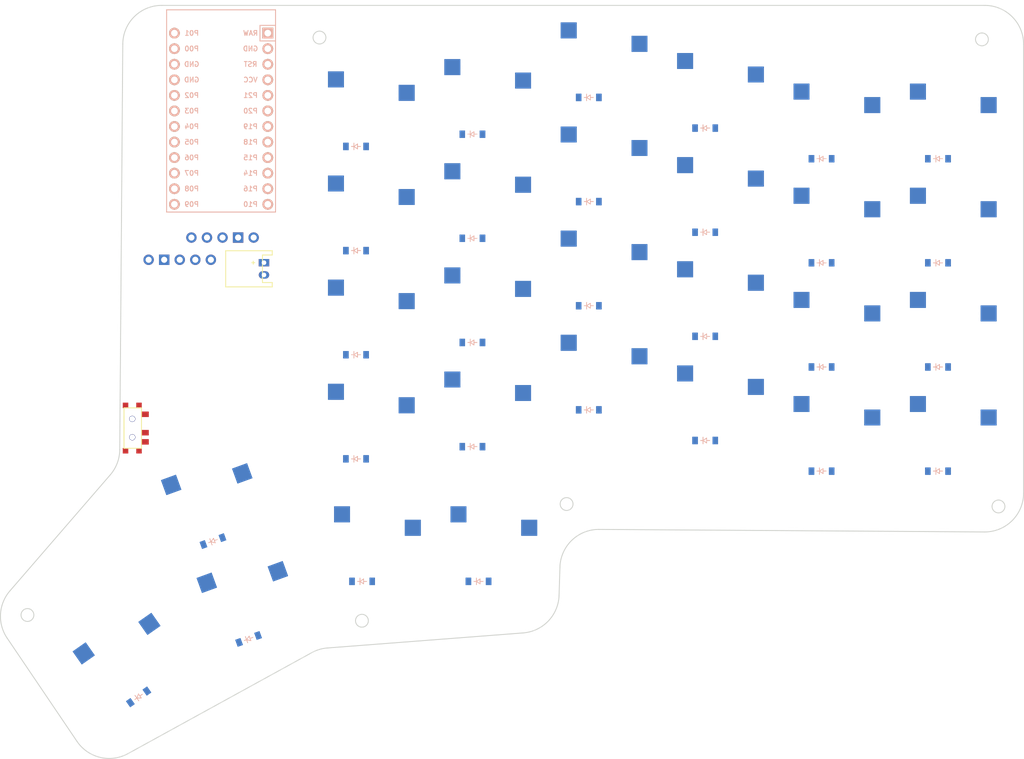
<source format=kicad_pcb>
(kicad_pcb (version 20221018) (generator pcbnew)
  (title_block (title "board") (rev "v1.0.0") (company "Unknown"))
  (layers (0 "F.Cu" signal) (31 "B.Cu" signal) (34 "B.Paste" user) (35 "F.Paste" user) (36 "B.SilkS" user "B.Silkscreen") (37 "F.SilkS" user "F.Silkscreen") (38 "B.Mask" user) (39 "F.Mask" user) (44 "Edge.Cuts" user))
  (net 0 "")
  (net 1 "P20")
  (net 2 "P19")
  (net 3 "P18")
  (net 4 "P15")
  (net 5 "P14")
  (net 6 "P16")
  (net 7 "mirror_outer_bottom")
  (net 8 "mirror_outer_home")
  (net 9 "mirror_outer_top")
  (net 10 "mirror_outer_num")
  (net 11 "mirror_pinky_bottom")
  (net 12 "mirror_pinky_home")
  (net 13 "mirror_pinky_top")
  (net 14 "mirror_pinky_num")
  (net 15 "mirror_ring_bottom")
  (net 16 "mirror_ring_home")
  (net 17 "mirror_ring_top")
  (net 18 "mirror_ring_num")
  (net 19 "mirror_middle_bottom")
  (net 20 "mirror_middle_home")
  (net 21 "mirror_middle_top")
  (net 22 "mirror_middle_num")
  (net 23 "mirror_index_bottom")
  (net 24 "mirror_index_home")
  (net 25 "mirror_index_top")
  (net 26 "mirror_index_num")
  (net 27 "mirror_inner_bottom")
  (net 28 "mirror_inner_home")
  (net 29 "mirror_inner_top")
  (net 30 "mirror_inner_num")
  (net 31 "mirror_near1_home")
  (net 32 "mirror_near2_home")
  (net 33 "mirror_home_home")
  (net 34 "mirror_home_top")
  (net 35 "mirror_far_home")
  (net 36 "P7")
  (net 37 "P6")
  (net 38 "P5")
  (net 39 "P4")
  (net 40 "P3")
  (net 41 "RAW")
  (net 42 "GND")
  (net 43 "RST")
  (net 44 "VCC")
  (net 45 "P21")
  (net 46 "P10")
  (net 47 "P1")
  (net 48 "P0")
  (net 49 "P2")
  (net 50 "P8")
  (net 51 "P9")
  (net 52 "Bplus")
  (footprint "E73:SPDT_C128955" (layer "F.Cu") (at 38.096089 84.37 90)
    (fp_text reference "T1" hide)
    (fp_text value "" hide)
    (pad "" smd rect (at -3.7 -1.1 90) (size 0.9 0.9) (layers "F.Cu" "F.Paste" "F.Mask"))
    (pad "" smd rect (at -3.7 1.1 90) (size 0.9 0.9) (layers "F.Cu" "F.Paste" "F.Mask"))
    (pad "" np_thru_hole circle (at -1.5 0 195) (size 1 1) (drill 0.9) (layers "*.Cu" "*.Mask"))
    (pad "" np_thru_hole circle (at 1.5 0 195) (size 1 1) (drill 0.9) (layers "*.Cu" "*.Mask"))
    (pad "" smd rect (at 3.7 -1.1 90) (size 0.9 0.9) (layers "F.Cu" "F.Paste" "F.Mask"))
    (pad "" smd rect (at 3.7 1.1 90) (size 0.9 0.9) (layers "F.Cu" "F.Paste" "F.Mask"))
    (pad "1" smd rect (at 2.25 2.075 90) (size 0.9 1.25) (layers "F.Cu" "F.Paste" "F.Mask") (net 52 "Bplus"))
    (pad "2" smd rect (at -0.75 2.075 90) (size 0.9 1.25) (layers "F.Cu" "F.Paste" "F.Mask") (net 41 "RAW"))
    (pad "3" smd rect (at -2.25 2.075 90) (size 0.9 1.25) (layers "F.Cu" "F.Paste" "F.Mask"))
  )
  (footprint "PG1350" (layer "F.Cu") (at 36.266428 124.150165 35)
    (fp_text reference "S87" hide)
    (fp_text value "" hide)
    (pad "" np_thru_hole circle (at -5.5 0 345) (size 1.7018 1.7018) (drill 1.7018) (layers "*.Cu" "*.Mask"))
    (pad "" np_thru_hole circle (at 0 -5.95 345) (size 3 3) (drill 3) (layers "*.Cu" "*.Mask"))
    (pad "" np_thru_hole circle (at 0 0 345) (size 3.429 3.429) (drill 3.429) (layers "*.Cu" "*.Mask"))
    (pad "" np_thru_hole circle (at 5 -3.75 345) (size 3 3) (drill 3) (layers "*.Cu" "*.Mask"))
    (pad "" np_thru_hole circle (at 5.5 0 345) (size 1.7018 1.7018) (drill 1.7018) (layers "*.Cu" "*.Mask"))
    (pad "1" smd rect (at -3.275 -5.95 35) (size 2.6 2.6) (layers "B.Cu" "B.Paste" "B.Mask") (net 35 "mirror_far_home"))
    (pad "2" smd rect (at 8.275 -3.75 35) (size 2.6 2.6) (layers "B.Cu" "B.Paste" "B.Mask") (net 5 "P14"))
  )
  (footprint "ComboDiode" (layer "F.Cu") (at 74.617496 89.396856)
    (fp_text reference "D79" hide)
    (fp_text value "" hide)
    (pad "1" smd rect (at -1.65 0) (size 0.9 1.2) (layers "B.Cu" "B.Paste" "B.Mask") (net 36 "P7"))
    (pad "2" smd rect (at 1.65 0) (size 0.9 1.2) (layers "B.Cu" "B.Paste" "B.Mask") (net 27 "mirror_inner_bottom"))
  )
  (footprint "ComboDiode" (layer "F.Cu") (at 112.617498 81.396855)
    (fp_text reference "D42" hide)
    (fp_text value "" hide)
    (pad "1" smd rect (at -1.65 0) (size 0.9 1.2) (layers "B.Cu" "B.Paste" "B.Mask") (net 36 "P7"))
    (pad "2" smd rect (at 1.65 0) (size 0.9 1.2) (layers "B.Cu" "B.Paste" "B.Mask") (net 19 "mirror_middle_bottom"))
  )
  (footprint "PG1350" (layer "F.Cu") (at 131.617498 47.396856)
    (fp_text reference "S69" hide)
    (fp_text value "" hide)
    (pad "" np_thru_hole circle (at -5.5 0 345) (size 1.7018 1.7018) (drill 1.7018) (layers "*.Cu" "*.Mask"))
    (pad "" np_thru_hole circle (at 0 -5.95 345) (size 3 3) (drill 3) (layers "*.Cu" "*.Mask"))
    (pad "" np_thru_hole circle (at 0 0 345) (size 3.429 3.429) (drill 3.429) (layers "*.Cu" "*.Mask"))
    (pad "" np_thru_hole circle (at 5 -3.75 345) (size 3 3) (drill 3) (layers "*.Cu" "*.Mask"))
    (pad "" np_thru_hole circle (at 5.5 0 345) (size 1.7018 1.7018) (drill 1.7018) (layers "*.Cu" "*.Mask"))
    (pad "1" smd rect (at -3.275 -5.95) (size 2.6 2.6) (layers "B.Cu" "B.Paste" "B.Mask") (net 17 "mirror_ring_top"))
    (pad "2" smd rect (at 8.275 -3.75) (size 2.6 2.6) (layers "B.Cu" "B.Paste" "B.Mask") (net 3 "P18"))
  )
  (footprint "ComboDiode" (layer "F.Cu") (at 169.617498 57.396857)
    (fp_text reference "D61" hide)
    (fp_text value "" hide)
    (pad "1" smd rect (at -1.65 0) (size 0.9 1.2) (layers "B.Cu" "B.Paste" "B.Mask") (net 38 "P5"))
    (pad "2" smd rect (at 1.65 0) (size 0.9 1.2) (layers "B.Cu" "B.Paste" "B.Mask") (net 9 "mirror_outer_top"))
  )
  (footprint "PG1350" (layer "F.Cu") (at 150.617497 86.396858)
    (fp_text reference "S63" hide)
    (fp_text value "" hide)
    (pad "" np_thru_hole circle (at -5.5 0 345) (size 1.7018 1.7018) (drill 1.7018) (layers "*.Cu" "*.Mask"))
    (pad "" np_thru_hole circle (at 0 -5.95 345) (size 3 3) (drill 3) (layers "*.Cu" "*.Mask"))
    (pad "" np_thru_hole circle (at 0 0 345) (size 3.429 3.429) (drill 3.429) (layers "*.Cu" "*.Mask"))
    (pad "" np_thru_hole circle (at 5 -3.75 345) (size 3 3) (drill 3) (layers "*.Cu" "*.Mask"))
    (pad "" np_thru_hole circle (at 5.5 0 345) (size 1.7018 1.7018) (drill 1.7018) (layers "*.Cu" "*.Mask"))
    (pad "1" smd rect (at -3.275 -5.95) (size 2.6 2.6) (layers "B.Cu" "B.Paste" "B.Mask") (net 11 "mirror_pinky_bottom"))
    (pad "2" smd rect (at 8.275 -3.75) (size 2.6 2.6) (layers "B.Cu" "B.Paste" "B.Mask") (net 2 "P19"))
  )
  (footprint "ComboDiode" (layer "F.Cu") (at 150.617496 74.396856)
    (fp_text reference "D64" hide)
    (fp_text value "" hide)
    (pad "1" smd rect (at -1.65 0) (size 0.9 1.2) (layers "B.Cu" "B.Paste" "B.Mask") (net 37 "P6"))
    (pad "2" smd rect (at 1.65 0) (size 0.9 1.2) (layers "B.Cu" "B.Paste" "B.Mask") (net 12 "mirror_pinky_home"))
  )
  (footprint "ComboDiode" (layer "F.Cu") (at 112.617499 64.396856)
    (fp_text reference "D72" hide)
    (fp_text value "" hide)
    (pad "1" smd rect (at -1.65 0) (size 0.9 1.2) (layers "B.Cu" "B.Paste" "B.Mask") (net 37 "P6"))
    (pad "2" smd rect (at 1.65 0) (size 0.9 1.2) (layers "B.Cu" "B.Paste" "B.Mask") (net 20 "mirror_middle_home"))
  )
  (footprint "PG1350" (layer "F.Cu") (at 131.617498 47.396856)
    (fp_text reference "S40" hide)
    (fp_text value "" hide)
    (pad "" np_thru_hole circle (at -5.5 0 345) (size 1.7018 1.7018) (drill 1.7018) (layers "*.Cu" "*.Mask"))
    (pad "" np_thru_hole circle (at 0 -5.95 345) (size 3 3) (drill 3) (layers "*.Cu" "*.Mask"))
    (pad "" np_thru_hole circle (at 0 0 345) (size 3.429 3.429) (drill 3.429) (layers "*.Cu" "*.Mask"))
    (pad "" np_thru_hole circle (at 5 -3.75 345) (size 3 3) (drill 3) (layers "*.Cu" "*.Mask"))
    (pad "" np_thru_hole circle (at 5.5 0 345) (size 1.7018 1.7018) (drill 1.7018) (layers "*.Cu" "*.Mask"))
    (pad "1" smd rect (at -3.275 -5.95) (size 2.6 2.6) (layers "B.Cu" "B.Paste" "B.Mask") (net 17 "mirror_ring_top"))
    (pad "2" smd rect (at 8.275 -3.75) (size 2.6 2.6) (layers "B.Cu" "B.Paste" "B.Mask") (net 3 "P18"))
  )
  (footprint "ComboDiode" (layer "F.Cu") (at 169.617498 57.396857)
    (fp_text reference "D32" hide)
    (fp_text value "" hide)
    (pad "1" smd rect (at -1.65 0) (size 0.9 1.2) (layers "B.Cu" "B.Paste" "B.Mask") (net 38 "P5"))
    (pad "2" smd rect (at 1.65 0) (size 0.9 1.2) (layers "B.Cu" "B.Paste" "B.Mask") (net 9 "mirror_outer_top"))
  )
  (footprint "PG1350" (layer "F.Cu") (at 131.617498 64.396854)
    (fp_text reference "S39" hide)
    (fp_text value "" hide)
    (pad "" np_thru_hole circle (at -5.5 0 345) (size 1.7018 1.7018) (drill 1.7018) (layers "*.Cu" "*.Mask"))
    (pad "" np_thru_hole circle (at 0 -5.95 345) (size 3 3) (drill 3) (layers "*.Cu" "*.Mask"))
    (pad "" np_thru_hole circle (at 0 0 345) (size 3.429 3.429) (drill 3.429) (layers "*.Cu" "*.Mask"))
    (pad "" np_thru_hole circle (at 5 -3.75 345) (size 3 3) (drill 3) (layers "*.Cu" "*.Mask"))
    (pad "" np_thru_hole circle (at 5.5 0 345) (size 1.7018 1.7018) (drill 1.7018) (layers "*.Cu" "*.Mask"))
    (pad "1" smd rect (at -3.275 -5.95) (size 2.6 2.6) (layers "B.Cu" "B.Paste" "B.Mask") (net 16 "mirror_ring_home"))
    (pad "2" smd rect (at 8.275 -3.75) (size 2.6 2.6) (layers "B.Cu" "B.Paste" "B.Mask") (net 3 "P18"))
  )
  (footprint "ComboDiode" (layer "F.Cu") (at 74.617497 55.396858)
    (fp_text reference "D52" hide)
    (fp_text value "" hide)
    (pad "1" smd rect (at -1.65 0) (size 0.9 1.2) (layers "B.Cu" "B.Paste" "B.Mask") (net 38 "P5"))
    (pad "2" smd rect (at 1.65 0) (size 0.9 1.2) (layers "B.Cu" "B.Paste" "B.Mask") (net 29 "mirror_inner_top"))
  )
  (footprint "PG1350" (layer "F.Cu") (at 93.617497 48.396855)
    (fp_text reference "S48" hide)
    (fp_text value "" hide)
    (pad "" np_thru_hole circle (at -5.5 0 345) (size 1.7018 1.7018) (drill 1.7018) (layers "*.Cu" "*.Mask"))
    (pad "" np_thru_hole circle (at 0 -5.95 345) (size 3 3) (drill 3) (layers "*.Cu" "*.Mask"))
    (pad "" np_thru_hole circle (at 0 0 345) (size 3.429 3.429) (drill 3.429) (layers "*.Cu" "*.Mask"))
    (pad "" np_thru_hole circle (at 5 -3.75 345) (size 3 3) (drill 3) (layers "*.Cu" "*.Mask"))
    (pad "" np_thru_hole circle (at 5.5 0 345) (size 1.7018 1.7018) (drill 1.7018) (layers "*.Cu" "*.Mask"))
    (pad "1" smd rect (at -3.275 -5.95) (size 2.6 2.6) (layers "B.Cu" "B.Paste" "B.Mask") (net 25 "mirror_index_top"))
    (pad "2" smd rect (at 8.275 -3.75) (size 2.6 2.6) (layers "B.Cu" "B.Paste" "B.Mask") (net 5 "P14"))
  )
  (footprint "PG1350" (layer "F.Cu") (at 49.557723 98.119262 20)
    (fp_text reference "S57" hide)
    (fp_text value "" hide)
    (pad "" np_thru_hole circle (at -5.5 0 345) (size 1.7018 1.7018) (drill 1.7018) (layers "*.Cu" "*.Mask"))
    (pad "" np_thru_hole circle (at 0 -5.95 345) (size 3 3) (drill 3) (layers "*.Cu" "*.Mask"))
    (pad "" np_thru_hole circle (at 0 0 345) (size 3.429 3.429) (drill 3.429) (layers "*.Cu" "*.Mask"))
    (pad "" np_thru_hole circle (at 5 -3.75 345) (size 3 3) (drill 3) (layers "*.Cu" "*.Mask"))
    (pad "" np_thru_hole circle (at 5.5 0 345) (size 1.7018 1.7018) (drill 1.7018) (layers "*.Cu" "*.Mask"))
    (pad "1" smd rect (at -3.275 -5.95 20) (size 2.6 2.6) (layers "B.Cu" "B.Paste" "B.Mask") (net 34 "mirror_home_top"))
    (pad "2" smd rect (at 8.275 -3.75 20) (size 2.6 2.6) (layers "B.Cu" "B.Paste" "B.Mask") (net 4 "P15"))
  )
  (footprint "ComboDiode" (layer "F.Cu") (at 112.617496 47.396856)
    (fp_text reference "D73" hide)
    (fp_text value "" hide)
    (pad "1" smd rect (at -1.65 0) (size 0.9 1.2) (layers "B.Cu" "B.Paste" "B.Mask") (net 38 "P5"))
    (pad "2" smd rect (at 1.65 0) (size 0.9 1.2) (layers "B.Cu" "B.Paste" "B.Mask") (net 21 "mirror_middle_top"))
  )
  (footprint "ComboDiode" (layer "F.Cu") (at 150.617497 40.396856)
    (fp_text reference "D37" hide)
    (fp_text value "" hide)
    (pad "1" smd rect (at -1.65 0) (size 0.9 1.2) (layers "B.Cu" "B.Paste" "B.Mask") (net 39 "P4"))
    (pad "2" smd rect (at 1.65 0) (size 0.9 1.2) (layers "B.Cu" "B.Paste" "B.Mask") (net 14 "mirror_pinky_num"))
  )
  (footprint "PG1350" (layer "F.Cu") (at 55.372066 114.094034 20)
    (fp_text reference "S85" hide)
    (fp_text value "" hide)
    (pad "" np_thru_hole circle (at -5.5 0 345) (size 1.7018 1.7018) (drill 1.7018) (layers "*.Cu" "*.Mask"))
    (pad "" np_thru_hole circle (at 0 -5.95 345) (size 3 3) (drill 3) (layers "*.Cu" "*.Mask"))
    (pad "" np_thru_hole circle (at 0 0 345) (size 3.429 3.429) (drill 3.429) (layers "*.Cu" "*.Mask"))
    (pad "" np_thru_hole circle (at 5 -3.75 345) (size 3 3) (drill 3) (layers "*.Cu" "*.Mask"))
    (pad "" np_thru_hole circle (at 5.5 0 345) (size 1.7018 1.7018) (drill 1.7018) (layers "*.Cu" "*.Mask"))
    (pad "1" smd rect (at -3.275 -5.95 20) (size 2.6 2.6) (layers "B.Cu" "B.Paste" "B.Mask") (net 33 "mirror_home_home"))
    (pad "2" smd rect (at 8.275 -3.75 20) (size 2.6 2.6) (layers "B.Cu" "B.Paste" "B.Mask") (net 3 "P18"))
  )
  (footprint "ComboDiode" (layer "F.Cu") (at 169.617497 40.396855)
    (fp_text reference "D62" hide)
    (fp_text value "" hide)
    (pad "1" smd rect (at -1.65 0) (size 0.9 1.2) (layers "B.Cu" "B.Paste" "B.Mask") (net 39 "P4"))
    (pad "2" smd rect (at 1.65 0) (size 0.9 1.2) (layers "B.Cu" "B.Paste" "B.Mask") (net 10 "mirror_outer_num"))
  )
  (footprint "JST_PH_S2B-PH-K_02x2.00mm_Angled" (layer "F.Cu") (at 59.596089 58.37 -90)
    (fp_text reference "JST1" hide)
    (fp_text value "" hide)
    (pad "1" thru_hole rect (at -1 0 270) (size 1.2 1.7) (drill 0.75) (layers "*.Cu" "*.Mask") (net 52 "Bplus"))
    (pad "2" thru_hole oval (at 1 0 270) (size 1.2 1.7) (drill 0.75) (layers "*.Cu" "*.Mask") (net 42 "GND"))
  )
  (footprint "PG1350" (layer "F.Cu") (at 74.617499 50.396857)
    (fp_text reference "S52" hide)
    (fp_text value "" hide)
    (pad "" np_thru_hole circle (at -5.5 0 345) (size 1.7018 1.7018) (drill 1.7018) (layers "*.Cu" "*.Mask"))
    (pad "" np_thru_hole circle (at 0 -5.95 345) (size 3 3) (drill 3) (layers "*.Cu" "*.Mask"))
    (pad "" np_thru_hole circle (at 0 0 345) (size 3.429 3.429) (drill 3.429) (layers "*.Cu" "*.Mask"))
    (pad "" np_thru_hole circle (at 5 -3.75 345) (size 3 3) (drill 3) (layers "*.Cu" "*.Mask"))
    (pad "" np_thru_hole circle (at 5.5 0 345) (size 1.7018 1.7018) (drill 1.7018) (layers "*.Cu" "*.Mask"))
    (pad "1" smd rect (at -3.275 -5.95) (size 2.6 2.6) (layers "B.Cu" "B.Paste" "B.Mask") (net 29 "mirror_inner_top"))
    (pad "2" smd rect (at 8.275 -3.75) (size 2.6 2.6) (layers "B.Cu" "B.Paste" "B.Mask") (net 6 "P16"))
  )
  (footprint "ComboDiode" (layer "F.Cu") (at 57.082162 118.792498 20)
    (fp_text reference "D85" hide)
    (fp_text value "" hide)
    (pad "1" smd rect (at -1.65 0 20) (size 0.9 1.2) (layers "B.Cu" "B.Paste" "B.Mask") (net 40 "P3"))
    (pad "2" smd rect (at 1.65 0 20) (size 0.9 1.2) (layers "B.Cu" "B.Paste" "B.Mask") (net 33 "mirror_home_home"))
  )
  (footprint "PG1350" (layer "F.Cu") (at 169.617497 35.396857)
    (fp_text reference "S62" hide)
    (fp_text value "" hide)
    (pad "" np_thru_hole circle (at -5.5 0 345) (size 1.7018 1.7018) (drill 1.7018) (layers "*.Cu" "*.Mask"))
    (pad "" np_thru_hole circle (at 0 -5.95 345) (size 3 3) (drill 3) (layers "*.Cu" "*.Mask"))
    (pad "" np_thru_hole circle (at 0 0 345) (size 3.429 3.429) (drill 3.429) (layers "*.Cu" "*.Mask"))
    (pad "" np_thru_hole circle (at 5 -3.75 345) (size 3 3) (drill 3) (layers "*.Cu" "*.Mask"))
    (pad "" np_thru_hole circle (at 5.5 0 345) (size 1.7018 1.7018) (drill 1.7018) (layers "*.Cu" "*.Mask"))
    (pad "1" smd rect (at -3.275 -5.95) (size 2.6 2.6) (layers "B.Cu" "B.Paste" "B.Mask") (net 10 "mirror_outer_num"))
    (pad "2" smd rect (at 8.275 -3.75) (size 2.6 2.6) (layers "B.Cu" "B.Paste" "B.Mask") (net 1 "P20"))
  )
  (footprint "PG1350" (layer "F.Cu") (at 112.617499 42.396857)
    (fp_text reference "S44" hide)
    (fp_text value "" hide)
    (pad "" np_thru_hole circle (at -5.5 0 345) (size 1.7018 1.7018) (drill 1.7018) (layers "*.Cu" "*.Mask"))
    (pad "" np_thru_hole circle (at 0 -5.95 345) (size 3 3) (drill 3) (layers "*.Cu" "*.Mask"))
    (pad "" np_thru_hole circle (at 0 0 345) (size 3.429 3.429) (drill 3.429) (layers "*.Cu" "*.Mask"))
    (pad "" np_thru_hole circle (at 5 -3.75 345) (size 3 3) (drill 3) (layers "*.Cu" "*.Mask"))
    (pad "" np_thru_hole circle (at 5.5 0 345) (size 1.7018 1.7018) (drill 1.7018) (layers "*.Cu" "*.Mask"))
    (pad "1" smd rect (at -3.275 -5.95) (size 2.6 2.6) (layers "B.Cu" "B.Paste" "B.Mask") (net 21 "mirror_middle_top"))
    (pad "2" smd rect (at 8.275 -3.75) (size 2.6 2.6) (layers "B.Cu" "B.Paste" "B.Mask") (net 4 "P15"))
  )
  (footprint "PG1350" (layer "F.Cu") (at 112.617497 25.396854)
    (fp_text reference "S45" hide)
    (fp_text value "" hide)
    (pad "" np_thru_hole circle (at -5.5 0 345) (size 1.7018 1.7018) (drill 1.7018) (layers "*.Cu" "*.Mask"))
    (pad "" np_thru_hole circle (at 0 -5.95 345) (size 3 3) (drill 3) (layers "*.Cu" "*.Mask"))
    (pad "" np_thru_hole circle (at 0 0 345) (size 3.429 3.429) (drill 3.429) (layers "*.Cu" "*.Mask"))
    (pad "" np_thru_hole circle (at 5 -3.75 345) (size 3 3) (drill 3) (layers "*.Cu" "*.Mask"))
    (pad "" np_thru_hole circle (at 5.5 0 345) (size 1.7018 1.7018) (drill 1.7018) (layers "*.Cu" "*.Mask"))
    (pad "1" smd rect (at -3.275 -5.95) (size 2.6 2.6) (layers "B.Cu" "B.Paste" "B.Mask") (net 22 "mirror_middle_num"))
    (pad "2" smd rect (at 8.275 -3.75) (size 2.6 2.6) (layers "B.Cu" "B.Paste" "B.Mask") (net 4 "P15"))
  )
  (footprint "PG1350" (layer "F.Cu") (at 93.617496 31.396857)
    (fp_text reference "S78" hide)
    (fp_text value "" hide)
    (pad "" np_thru_hole circle (at -5.5 0 345) (size 1.7018 1.7018) (drill 1.7018) (layers "*.Cu" "*.Mask"))
    (pad "" np_thru_hole circle (at 0 -5.95 345) (size 3 3) (drill 3) (layers "*.Cu" "*.Mask"))
    (pad "" np_thru_hole circle (at 0 0 345) (size 3.429 3.429) (drill 3.429) (layers "*.Cu" "*.Mask"))
    (pad "" np_thru_hole circle (at 5 -3.75 345) (size 3 3) (drill 3) (layers "*.Cu" "*.Mask"))
    (pad "" np_thru_hole circle (at 5.5 0 345) (size 1.7018 1.7018) (drill 1.7018) (layers "*.Cu" "*.Mask"))
    (pad "1" smd rect (at -3.275 -5.95) (size 2.6 2.6) (layers "B.Cu" "B.Paste" "B.Mask") (net 26 "mirror_index_num"))
    (pad "2" smd rect (at 8.275 -3.75) (size 2.6 2.6) (layers "B.Cu" "B.Paste" "B.Mask") (net 5 "P14"))
  )
  (footprint "ComboDiode" (layer "F.Cu") (at 131.617498 35.396857)
    (fp_text reference "D41" hide)
    (fp_text value "" hide)
    (pad "1" smd rect (at -1.65 0) (size 0.9 1.2) (layers "B.Cu" "B.Paste" "B.Mask") (net 39 "P4"))
    (pad "2" smd rect (at 1.65 0) (size 0.9 1.2) (layers "B.Cu" "B.Paste" "B.Mask") (net 18 "mirror_ring_num"))
  )
  (footprint "ComboDiode" (layer "F.Cu") (at 112.617499 64.396856)
    (fp_text reference "D43" hide)
    (fp_text value "" hide)
    (pad "1" smd rect (at -1.65 0) (size 0.9 1.2) (layers "B.Cu" "B.Paste" "B.Mask") (net 37 "P6"))
    (pad "2" smd rect (at 1.65 0) (size 0.9 1.2) (layers "B.Cu" "B.Paste" "B.Mask") (net 20 "mirror_middle_home"))
  )
  (footprint "PG1350" (layer "F.Cu") (at 93.617496 65.396856)
    (fp_text reference "S76" hide)
    (fp_text value "" hide)
    (pad "" np_thru_hole circle (at -5.5 0 345) (size 1.7018 1.7018) (drill 1.7018) (layers "*.Cu" "*.Mask"))
    (pad "" np_thru_hole circle (at 0 -5.95 345) (size 3 3) (drill 3) (layers "*.Cu" "*.Mask"))
    (pad "" np_thru_hole circle (at 0 0 345) (size 3.429 3.429) (drill 3.429) (layers "*.Cu" "*.Mask"))
    (pad "" np_thru_hole circle (at 5 -3.75 345) (size 3 3) (drill 3) (layers "*.Cu" "*.Mask"))
    (pad "" np_thru_hole circle (at 5.5 0 345) (size 1.7018 1.7018) (drill 1.7018) (layers "*.Cu" "*.Mask"))
    (pad "1" smd rect (at -3.275 -5.95) (size 2.6 2.6) (layers "B.Cu" "B.Paste" "B.Mask") (net 24 "mirror_index_home"))
    (pad "2" smd rect (at 8.275 -3.75) (size 2.6 2.6) (layers "B.Cu" "B.Paste" "B.Mask") (net 5 "P14"))
  )
  (footprint "PG1350" (layer "F.Cu") (at 131.617499 30.396858)
    (fp_text reference "S41" hide)
    (fp_text value "" hide)
    (pad "" np_thru_hole circle (at -5.5 0 345) (size 1.7018 1.7018) (drill 1.7018) (layers "*.Cu" "*.Mask"))
    (pad "" np_thru_hole circle (at 0 -5.95 345) (size 3 3) (drill 3) (layers "*.Cu" "*.Mask"))
    (pad "" np_thru_hole circle (at 0 0 345) (size 3.429 3.429) (drill 3.429) (layers "*.Cu" "*.Mask"))
    (pad "" np_thru_hole circle (at 5 -3.75 345) (size 3 3) (drill 3) (layers "*.Cu" "*.Mask"))
    (pad "" np_thru_hole circle (at 5.5 0 345) (size 1.7018 1.7018) (drill 1.7018) (layers "*.Cu" "*.Mask"))
    (pad "1" smd rect (at -3.275 -5.95) (size 2.6 2.6) (layers "B.Cu" "B.Paste" "B.Mask") (net 18 "mirror_ring_num"))
    (pad "2" smd rect (at 8.275 -3.75) (size 2.6 2.6) (layers "B.Cu" "B.Paste" "B.Mask") (net 3 "P18"))
  )
  (footprint "ComboDiode" (layer "F.Cu") (at 93.617496 70.396855)
    (fp_text reference "D76" hide)
    (fp_text value "" hide)
    (pad "1" smd rect (at -1.65 0) (size 0.9 1.2) (layers "B.Cu" "B.Paste" "B.Mask") (net 37 "P6"))
    (pad "2" smd rect (at 1.65 0) (size 0.9 1.2) (layers "B.Cu" "B.Paste" "B.Mask") (net 24 "mirror_index_home"))
  )
  (footprint "PG1350" (layer "F.Cu") (at 74.617496 67.396857)
    (fp_text reference "S80" hide)
    (fp_text value "" hide)
    (pad "" np_thru_hole circle (at -5.5 0 345) (size 1.7018 1.7018) (drill 1.7018) (layers "*.Cu" "*.Mask"))
    (pad "" np_thru_hole circle (at 0 -5.95 345) (size 3 3) (drill 3) (layers "*.Cu" "*.Mask"))
    (pad "" np_thru_hole circle (at 0 0 345) (size 3.429 3.429) (drill 3.429) (layers "*.Cu" "*.Mask"))
    (pad "" np_thru_hole circle (at 5 -3.75 345) (size 3 3) (drill 3) (layers "*.Cu" "*.Mask"))
    (pad "" np_thru_hole circle (at 5.5 0 345) (size 1.7018 1.7018) (drill 1.7018) (layers "*.Cu" "*.Mask"))
    (pad "1" smd rect (at -3.275 -5.95) (size 2.6 2.6) (layers "B.Cu" "B.Paste" "B.Mask") (net 28 "mirror_inner_home"))
    (pad "2" smd rect (at 8.275 -3.75) (size 2.6 2.6) (layers "B.Cu" "B.Paste" "B.Mask") (net 6 "P16"))
  )
  (footprint "PG1350" (layer "F.Cu") (at 150.617496 35.396856)
    (fp_text reference "S37" hide)
    (fp_text value "" hide)
    (pad "" np_thru_hole circle (at -5.5 0 345) (size 1.7018 1.7018) (drill 1.7018) (layers "*.Cu" "*.Mask"))
    (pad "" np_thru_hole circle (at 0 -5.95 345) (size 3 3) (drill 3) (layers "*.Cu" "*.Mask"))
    (pad "" np_thru_hole circle (at 0 0 345) (size 3.429 3.429) (drill 3.429) (layers "*.Cu" "*.Mask"))
    (pad "" np_thru_hole circle (at 5 -3.75 345) (size 3 3) (drill 3) (layers "*.Cu" "*.Mask"))
    (pad "" np_thru_hole circle (at 5.5 0 345) (size 1.7018 1.7018) (drill 1.7018) (layers "*.Cu" "*.Mask"))
    (pad "1" smd rect (at -3.275 -5.95) (size 2.6 2.6) (layers "B.Cu" "B.Paste" "B.Mask") (net 14 "mirror_pinky_num"))
    (pad "2" smd rect (at 8.275 -3.75) (size 2.6 2.6) (layers "B.Cu" "B.Paste" "B.Mask") (net 2 "P19"))
  )
  (footprint "ComboDiode" (layer "F.Cu") (at 131.6175 86.39686)
    (fp_text reference "D38" hide)
    (fp_text value "" hide)
    (pad "1" smd rect (at -1.65 0) (size 0.9 1.2) (layers "B.Cu" "B.Paste" "B.Mask") (net 36 "P7"))
    (pad "2" smd rect (at 1.65 0) (size 0.9 1.2) (layers "B.Cu" "B.Paste" "B.Mask") (net 15 "mirror_ring_bottom"))
  )
  (footprint "PG1350" (layer "F.Cu") (at 112.617498 76.396854)
    (fp_text reference "S71" hide)
    (fp_text value "" hide)
    (pad "" np_thru_hole circle (at -5.5 0 345) (size 1.7018 1.7018) (drill 1.7018) (layers "*.Cu" "*.Mask"))
    (pad "" np_thru_hole circle (at 0 -5.95 345) (size 3 3) (drill 3) (layers "*.Cu" "*.Mask"))
    (pad "" np_thru_hole circle (at 0 0 345) (size 3.429 3.429) (drill 3.429) (layers "*.Cu" "*.Mask"))
    (pad "" np_thru_hole circle (at 5 -3.75 345) (size 3 3) (drill 3) (layers "*.Cu" "*.Mask"))
    (pad "" np_thru_hole circle (at 5.5 0 345) (size 1.7018 1.7018) (drill 1.7018) (layers "*.Cu" "*.Mask"))
    (pad "1" smd rect (at -3.275 -5.95) (size 2.6 2.6) (layers "B.Cu" "B.Paste" "B.Mask") (net 19 "mirror_middle_bottom"))
    (pad "2" smd rect (at 8.275 -3.75) (size 2.6 2.6) (layers "B.Cu" "B.Paste" "B.Mask") (net 4 "P15"))
  )
  (footprint "ComboDiode" (layer "F.Cu") (at 112.617498 30.396857)
    (fp_text reference "D45" hide)
    (fp_text value "" hide)
    (pad "1" smd rect (at -1.65 0) (size 0.9 1.2) (layers "B.Cu" "B.Paste" "B.Mask") (net 39 "P4"))
    (pad "2" smd rect (at 1.65 0) (size 0.9 1.2) (layers "B.Cu" "B.Paste" "B.Mask") (net 22 "mirror_middle_num"))
  )
  (footprint "ComboDiode" (layer "F.Cu") (at 131.6175 86.39686)
    (fp_text reference "D67" hide)
    (fp_text value "" hide)
    (pad "1" smd rect (at -1.65 0) (size 0.9 1.2) (layers "B.Cu" "B.Paste" "B.Mask") (net 36 "P7"))
    (pad "2" smd rect (at 1.65 0) (size 0.9 1.2) (layers "B.Cu" "B.Paste" "B.Mask") (net 15 "mirror_ring_bottom"))
  )
  (footprint "ComboDiode" (layer "F.Cu") (at 150.617498 57.396857)
    (fp_text reference "D36" hide)
    (fp_text value "" hide)
    (pad "1" smd rect (at -1.65 0) (size 0.9 1.2) (layers "B.Cu" "B.Paste" "B.Mask") (net 38 "P5"))
    (pad "2" smd rect (at 1.65 0) (size 0.9 1.2) (layers "B.Cu" "B.Paste" "B.Mask") (net 13 "mirror_pinky_top"))
  )
  (footprint "ComboDiode" (layer "F.Cu") (at 150.617497 40.396856)
    (fp_text reference "D66" hide)
    (fp_text value "" hide)
    (pad "1" smd rect (at -1.65 0) (size 0.9 1.2) (layers "B.Cu" "B.Paste" "B.Mask") (net 39 "P4"))
    (pad "2" smd rect (at 1.65 0) (size 0.9 1.2) (layers "B.Cu" "B.Paste" "B.Mask") (net 14 "mirror_pinky_num"))
  )
  (footprint "PG1350" (layer "F.Cu") (at 169.617497 52.396857)
    (fp_text reference "S32" hide)
    (fp_text value "" hide)
    (pad "" np_thru_hole circle (at -5.5 0 345) (size 1.7018 1.7018) (drill 1.7018) (layers "*.Cu" "*.Mask"))
    (pad "" np_thru_hole circle (at 0 -5.95 345) (size 3 3) (drill 3) (layers "*.Cu" "*.Mask"))
    (pad "" np_thru_hole circle (at 0 0 345) (size 3.429 3.429) (drill 3.429) (layers "*.Cu" "*.Mask"))
    (pad "" np_thru_hole circle (at 5 -3.75 345) (size 3 3) (drill 3) (layers "*.Cu" "*.Mask"))
    (pad "" np_thru_hole circle (at 5.5 0 345) (size 1.7018 1.7018) (drill 1.7018) (layers "*.Cu" "*.Mask"))
    (pad "1" smd rect (at -3.275 -5.95) (size 2.6 2.6) (layers "B.Cu" "B.Paste" "B.Mask") (net 9 "mirror_outer_top"))
    (pad "2" smd rect (at 8.275 -3.75) (size 2.6 2.6) (layers "B.Cu" "B.Paste" "B.Mask") (net 1 "P20"))
  )
  (footprint "ComboDiode" (layer "F.Cu") (at 169.617496 91.396856)
    (fp_text reference "D59" hide)
    (fp_text value "" hide)
    (pad "1" smd rect (at -1.65 0) (size 0.9 1.2) (layers "B.Cu" "B.Paste" "B.Mask") (net 36 "P7"))
    (pad "2" smd rect (at 1.65 0) (size 0.9 1.2) (layers "B.Cu" "B.Paste" "B.Mask") (net 7 "mirror_outer_bottom"))
  )
  (footprint "ComboDiode" (layer "F.Cu") (at 131.617497 52.396854)
    (fp_text reference "D40" hide)
    (fp_text value "" hide)
    (pad "1" smd rect (at -1.65 0) (size 0.9 1.2) (layers "B.Cu" "B.Paste" "B.Mask") (net 38 "P5"))
    (pad "2" smd rect (at 1.65 0) (size 0.9 1.2) (layers "B.Cu" "B.Paste" "B.Mask") (net 17 "mirror_ring_top"))
  )
  (footprint "PG1350" (layer "F.Cu") (at 74.6175 33.396856)
    (fp_text reference "S82" hide)
    (fp_text value "" hide)
    (pad "" np_thru_hole circle (at -5.5 0 345) (size 1.7018 1.7018) (drill 1.7018) (layers "*.Cu" "*.Mask"))
    (pad "" np_thru_hole circle (at 0 -5.95 345) (size 3 3) (drill 3) (layers "*.Cu" "*.Mask"))
    (pad "" np_thru_hole circle (at 0 0 345) (size 3.429 3.429) (drill 3.429) (layers "*.Cu" "*.Mask"))
    (pad "" np_thru_hole circle (at 5 -3.75 345) (size 3 3) (drill 3) (layers "*.Cu" "*.Mask"))
    (pad "" np_thru_hole circle (at 5.5 0 345) (size 1.7018 1.7018) (drill 1.7018) (layers "*.Cu" "*.Mask"))
    (pad "1" smd rect (at -3.275 -5.95) (size 2.6 2.6) (layers "B.Cu" "B.Paste" "B.Mask") (net 30 "mirror_inner_num"))
    (pad "2" smd rect (at 8.275 -3.75) (size 2.6 2.6) (layers "B.Cu" "B.Paste" "B.Mask") (net 6 "P16"))
  )
  (footprint "ComboDiode" (layer "F.Cu") (at 150.617497 91.396855)
    (fp_text reference "D34" hide)
    (fp_text value "" hide)
    (pad "1" smd rect (at -1.65 0) (size 0.9 1.2) (layers "B.Cu" "B.Paste" "B.Mask") (net 36 "P7"))
    (pad "2" smd rect (at 1.65 0) (size 0.9 1.2) (layers "B.Cu" "B.Paste" "B.Mask") (net 11 "mirror_pinky_bottom"))
  )
  (footprint "PG1350" (layer "F.Cu") (at 150.617496 35.396856)
    (fp_text reference "S66" hide)
    (fp_text value "" hide)
    (pad "" np_thru_hole circle (at -5.5 0 345) (size 1.7018 1.7018) (drill 1.7018) (layers "*.Cu" "*.Mask"))
    (pad "" np_thru_hole circle (at 0 -5.95 345) (size 3 3) (drill 3) (layers "*.Cu" "*.Mask"))
    (pad "" np_thru_hole circle (at 0 0 345) (size 3.429 3.429) (drill 3.429) (layers "*.Cu" "*.Mask"))
    (pad "" np_thru_hole circle (at 5 -3.75 345) (size 3 3) (drill 3) (layers "*.Cu" "*.Mask"))
    (pad "" np_thru_hole circle (at 5.5 0 345) (size 1.7018 1.7018) (drill 1.7018) (layers "*.Cu" "*.Mask"))
    (pad "1" smd rect (at -3.275 -5.95) (size 2.6 2.6) (layers "B.Cu" "B.Paste" "B.Mask") (net 14 "mirror_pinky_num"))
    (pad "2" smd rect (at 8.275 -3.75) (size 2.6 2.6) (layers "B.Cu" "B.Paste" "B.Mask") (net 2 "P19"))
  )
  (footprint "ComboDiode" (layer "F.Cu") (at 93.617498 36.396855)
    (fp_text reference "D49" hide)
    (fp_text value "" hide)
    (pad "1" smd rect (at -1.65 0) (size 0.9 1.2) (layers "B.Cu" "B.Paste" "B.Mask") (net 39 "P4"))
    (pad "2" smd rect (at 1.65 0) (size 0.9 1.2) (layers "B.Cu" "B.Paste" "B.Mask") (net 26 "mirror_index_num"))
  )
  (footprint "PG1350" (layer "F.Cu") (at 75.617499 104.396855)
    (fp_text reference "S84" hide)
    (fp_text value "" hide)
    (pad "" np_thru_hole circle (at -5.5 0 345) (size 1.7018 1.7018) (drill 1.7018) (layers "*.Cu" "*.Mask"))
    (pad "" np_thru_hole circle (at 0 -5.95 345) (size 3 3) (drill 3) (layers "*.Cu" "*.Mask"))
    (pad "" np_thru_hole circle (at 0 0 345) (size 3.429 3.429) (drill 3.429) (layers "*.Cu" "*.Mask"))
    (pad "" np_thru_hole circle (at 5 -3.75 345) (size 3 3) (drill 3) (layers "*.Cu" "*.Mask"))
    (pad "" np_thru_hole circle (at 5.5 0 345) (size 1.7018 1.7018) (drill 1.7018) (layers "*.Cu" "*.Mask"))
    (pad "1" smd rect (at -3.275 -5.95) (size 2.6 2.6) (layers "B.Cu" "B.Paste" "B.Mask") (net 32 "mirror_near2_home"))
    (pad "2" smd rect (at 8.275 -3.75) (size 2.6 2.6) (layers "B.Cu" "B.Paste" "B.Mask") (net 2 "P19"))
  )
  (footprint "ComboDiode" (layer "F.Cu") (at 75.617496 109.396853)
    (fp_text reference "D55" hide)
    (fp_text value "" hide)
    (pad "1" smd rect (at -1.65 0) (size 0.9 1.2) (layers "B.Cu" "B.Paste" "B.Mask") (net 40 "P3"))
    (pad "2" smd rect (at 1.65 0) (size 0.9 1.2) (layers "B.Cu" "B.Paste" "B.Mask") (net 32 "mirror_near2_home"))
  )
  (footprint "PG1350" (layer "F.Cu") (at 74.617499 50.396857)
    (fp_text reference "S81" hide)
    (fp_text value "" hide)
    (pad "" np_thru_hole circle (at -5.5 0 345) (size 1.7018 1.7018) (drill 1.7018) (layers "*.Cu" "*.Mask"))
    (pad "" np_thru_hole circle (at 0 -5.95 345) (size 3 3) (drill 3) (layers "*.Cu" "*.Mask"))
    (pad "" np_thru_hole circle (at 0 0 345) (size 3.429 3.429) (drill 3.429) (layers "*.Cu" "*.Mask"))
    (pad "" np_thru_hole circle (at 5 -3.75 345) (size 3 3) (drill 3) (layers "*.Cu" "*.Mask"))
    (pad "" np_thru_hole circle (at 5.5 0 345) (size 1.7018 1.7018) (drill 1.7018) (layers "*.Cu" "*.Mask"))
    (pad "1" smd rect (at -3.275 -5.95) (size 2.6 2.6) (layers "B.Cu" "B.Paste" "B.Mask") (net 29 "mirror_inner_top"))
    (pad "2" smd rect (at 8.275 -3.75) (size 2.6 2.6) (layers "B.Cu" "B.Paste" "B.Mask") (net 6 "P16"))
  )
  (footprint "PG1350" (layer "F.Cu") (at 131.617495 81.396854)
    (fp_text reference "S67" hide)
    (fp_text value "" hide)
    (pad "" np_thru_hole circle (at -5.5 0 345) (size 1.7018 1.7018) (drill 1.7018) (layers "*.Cu" "*.Mask"))
    (pad "" np_thru_hole circle (at 0 -5.95 345) (size 3 3) (drill 3) (layers "*.Cu" "*.Mask"))
    (pad "" np_thru_hole circle (at 0 0 345) (size 3.429 3.429) (drill 3.429) (layers "*.Cu" "*.Mask"))
    (pad "" np_thru_hole circle (at 5 -3.75 345) (size 3 3) (drill 3) (layers "*.Cu" "*.Mask"))
    (pad "" np_thru_hole circle (at 5.5 0 345) (size 1.7018 1.7018) (drill 1.7018) (layers "*.Cu" "*.Mask"))
    (pad "1" smd rect (at -3.275 -5.95) (size 2.6 2.6) (layers "B.Cu" "B.Paste" "B.Mask") (net 15 "mirror_ring_bottom"))
    (pad "2" smd rect (at 8.275 -3.75) (size 2.6 2.6) (layers "B.Cu" "B.Paste" "B.Mask") (net 3 "P18"))
  )
  (footprint "ComboDiode" (layer "F.Cu") (at 51.267822 102.817724 20)
    (fp_text reference "D57" hide)
    (fp_text value "" hide)
    (pad "1" smd rect (at -1.65 0 20) (size 0.9 1.2) (layers "B.Cu" "B.Paste" "B.Mask") (net 40 "P3"))
    (pad "2" smd rect (at 1.65 0 20) (size 0.9 1.2) (layers "B.Cu" "B.Paste" "B.Mask") (net 34 "mirror_home_top"))
  )
  (footprint "PG1350" (layer "F.Cu") (at 49.557723 98.119262 20)
    (fp_text reference "S86" hide)
    (fp_text value "" hide)
    (pad "" np_thru_hole circle (at -5.5 0 345) (size 1.7018 1.7018) (drill 1.7018) (layers "*.Cu" "*.Mask"))
    (pad "" np_thru_hole circle (at 0 -5.95 345) (size 3 3) (drill 3) (layers "*.Cu" "*.Mask"))
    (pad "" np_thru_hole circle (at 0 0 345) (size 3.429 3.429) (drill 3.429) (layers "*.Cu" "*.Mask"))
    (pad "" np_thru_hole circle (at 5 -3.75 345) (size 3 3) (drill 3) (layers "*.Cu" "*.Mask"))
    (pad "" np_thru_hole circle (at 5.5 0 345) (size 1.7018 1.7018) (drill 1.7018) (layers "*.Cu" "*.Mask"))
    (pad "1" smd rect (at -3.275 -5.95 20) (size 2.6 2.6) (layers "B.Cu" "B.Paste" "B.Mask") (net 34 "mirror_home_top"))
    (pad "2" smd rect (at 8.275 -3.75 20) (size 2.6 2.6) (layers "B.Cu" "B.Paste" "B.Mask") (net 4 "P15"))
  )
  (footprint "ComboDiode" (layer "F.Cu") (at 94.617498 109.396858)
    (fp_text reference "D83" hide)
    (fp_text value "" hide)
    (pad "1" smd rect (at -1.65 0) (size 0.9 1.2) (layers "B.Cu" "B.Paste" "B.Mask") (net 40 "P3"))
    (pad "2" smd rect (at 1.65 0) (size 0.9 1.2) (layers "B.Cu" "B.Paste" "B.Mask") (net 31 "mirror_near1_home"))
  )
  (footprint "PG1350" (layer "F.Cu") (at 74.617495 84.396855)
    (fp_text reference "S79" hide)
    (fp_text value "" hide)
    (pad "" np_thru_hole circle (at -5.5 0 345) (size 1.7018 1.7018) (drill 1.7018) (layers "*.Cu" "*.Mask"))
    (pad "" np_thru_hole circle (at 0 -5.95 345) (size 3 3) (drill 3) (layers "*.Cu" "*.Mask"))
    (pad "" np_thru_hole circle (at 0 0 345) (size 3.429 3.429) (drill 3.429) (layers "*.Cu" "*.Mask"))
    (pad "" np_thru_hole circle (at 5 -3.75 345) (size 3 3) (drill 3) (layers "*.Cu" "*.Mask"))
    (pad "" np_thru_hole circle (at 5.5 0 345) (size 1.7018 1.7018) (drill 1.7018) (layers "*.Cu" "*.Mask"))
    (pad "1" smd rect (at -3.275 -5.95) (size 2.6 2.6) (layers "B.Cu" "B.Paste" "B.Mask") (net 27 "mirror_inner_bottom"))
    (pad "2" smd rect (at 8.275 -3.75) (size 2.6 2.6) (layers "B.Cu" "B.Paste" "B.Mask") (net 6 "P16"))
  )
  (footprint "PG1350" (layer "F.Cu") (at 112.617501 59.396853)
    (fp_text reference "S43" hide)
    (fp_text value "" hide)
    (pad "" np_thru_hole circle (at -5.5 0 345) (size 1.7018 1.7018) (drill 1.7018) (layers "*.Cu" "*.Mask"))
    (pad "" np_thru_hole circle (at 0 -5.95 345) (size 3 3) (drill 3) (layers "*.Cu" "*.Mask"))
    (pad "" np_thru_hole circle (at 0 0 345) (size 3.429 3.429) (drill 3.429) (layers "*.Cu" "*.Mask"))
    (pad "" np_thru_hole circle (at 5 -3.75 345) (size 3 3) (drill 3) (layers "*.Cu" "*.Mask"))
    (pad "" np_thru_hole circle (at 5.5 0 345) (size 1.7018 1.7018) (drill 1.7018) (layers "*.Cu" "*.Mask"))
    (pad "1" smd rect (at -3.275 -5.95) (size 2.6 2.6) (layers "B.Cu" "B.Paste" "B.Mask") (net 20 "mirror_middle_home"))
    (pad "2" smd rect (at 8.275 -3.75) (size 2.6 2.6) (layers "B.Cu" "B.Paste" "B.Mask") (net 4 "P15"))
  )
  (footprint "ComboDiode" (layer "F.Cu") (at 112.617498 81.396855)
    (fp_text reference "D71" hide)
    (fp_text value "" hide)
    (pad "1" smd rect (at -1.65 0) (size 0.9 1.2) (layers "B.Cu" "B.Paste" "B.Mask") (net 36 "P7"))
    (pad "2" smd rect (at 1.65 0) (size 0.9 1.2) (layers "B.Cu" "B.Paste" "B.Mask") (net 19 "mirror_middle_bottom"))
  )
  (footprint "PG1350" (layer "F.Cu") (at 94.6175 104.396855)
    (fp_text reference "S83" hide)
    (fp_text value "" hide)
    (pad "" np_thru_hole circle (at -5.5 0 345) (size 1.7018 1.7018) (drill 1.7018) (layers "*.Cu" "*.Mask"))
    (pad "" np_thru_hole circle (at 0 -5.95 345) (size 3 3) (drill 3) (layers "*.Cu" "*.Mask"))
    (pad "" np_thru_hole circle (at 0 0 345) (size 3.429 3.429) (drill 3.429) (layers "*.Cu" "*.Mask"))
    (pad "" np_thru_hole circle (at 5 -3.75 345) (size 3 3) (drill 3) (layers "*.Cu" "*.Mask"))
    (pad "" np_thru_hole circle (at 5.5 0 345) (size 1.7018 1.7018) (drill 1.7018) (layers "*.Cu" "*.Mask"))
    (pad "1" smd rect (at -3.275 -5.95) (size 2.6 2.6) (layers "B.Cu" "B.Paste" "B.Mask") (net 31 "mirror_near1_home"))
    (pad "2" smd rect (at 8.275 -3.75) (size 2.6 2.6) (layers "B.Cu" "B.Paste" "B.Mask") (net 1 "P20"))
  )
  (footprint "PG1350" (layer "F.Cu") (at 55.372066 114.094034 20)
    (fp_text reference "S56" hide)
    (fp_text value "" hide)
    (pad "" np_thru_hole circle (at -5.5 0 345) (size 1.7018 1.7018) (drill 1.7018) (layers "*.Cu" "*.Mask"))
    (pad "" np_thru_hole circle (at 0 -5.95 345) (size 3 3) (drill 3) (layers "*.Cu" "*.Mask"))
    (pad "" np_thru_hole circle (at 0 0 345) (size 3.429 3.429) (drill 3.429) (layers "*.Cu" "*.Mask"))
    (pad "" np_thru_hole circle (at 5 -3.75 345) (size 3 3) (drill 3) (layers "*.Cu" "*.Mask"))
    (pad "" np_thru_hole circle (at 5.5 0 345) (size 1.7018 1.7018) (drill 1.7018) (layers "*.Cu" "*.Mask"))
    (pad "1" smd rect (at -3.275 -5.95 20) (size 2.6 2.6) (layers "B.Cu" "B.Paste" "B.Mask") (net 33 "mirror_home_home"))
    (pad "2" smd rect (at 8.275 -3.75 20) (size 2.6 2.6) (layers "B.Cu" "B.Paste" "B.Mask") (net 3 "P18"))
  )
  (footprint "PG1350" (layer "F.Cu") (at 169.617495 69.396854)
    (fp_text reference "S31" hide)
    (fp_text value "" hide)
    (pad "" np_thru_hole circle (at -5.5 0 345) (size 1.7018 1.7018) (drill 1.7018) (layers "*.Cu" "*.Mask"))
    (pad "" np_thru_hole circle (at 0 -5.95 345) (size 3 3) (drill 3) (layers "*.Cu" "*.Mask"))
    (pad "" np_thru_hole circle (at 0 0 345) (size 3.429 3.429) (drill 3.429) (layers "*.Cu" "*.Mask"))
    (pad "" np_thru_hole circle (at 5 -3.75 345) (size 3 3) (drill 3) (layers "*.Cu" "*.Mask"))
    (pad "" np_thru_hole circle (at 5.5 0 345) (size 1.7018 1.7018) (drill 1.7018) (layers "*.Cu" "*.Mask"))
    (pad "1" smd rect (at -3.275 -5.95) (size 2.6 2.6) (layers "B.Cu" "B.Paste" "B.Mask") (net 8 "mirror_outer_home"))
    (pad "2" smd rect (at 8.275 -3.75) (size 2.6 2.6) (layers "B.Cu" "B.Paste" "B.Mask") (net 1 "P20"))
  )
  (footprint "PG1350" (layer "F.Cu") (at 150.617498 52.396855)
    (fp_text reference "S65" hide)
    (fp_text value "" hide)
    (pad "" np_thru_hole circle (at -5.5 0 345) (size 1.7018 1.7018) (drill 1.7018) (layers "*.Cu" "*.Mask"))
    (pad "" np_thru_hole circle (at 0 -5.95 345) (size 3 3) (drill 3) (layers "*.Cu" "*.Mask"))
    (pad "" np_thru_hole circle (at 0 0 345) (size 3.429 3.429) (drill 3.429) (layers "*.Cu" "*.Mask"))
    (pad "" np_thru_hole circle (at 5 -3.75 345) (size 3 3) (drill 3) (layers "*.Cu" "*.Mask"))
    (pad "" np_thru_hole circle (at 5.5 0 345) (size 1.7018 1.7018) (drill 1.7018) (layers "*.Cu" "*.Mask"))
    (pad "1" smd rect (at -3.275 -5.95) (size 2.6 2.6) (layers "B.Cu" "B.Paste" "B.Mask") (net 13 "mirror_pinky_top"))
    (pad "2" smd rect (at 8.275 -3.75) (size 2.6 2.6) (layers "B.Cu" "B.Paste" "B.Mask") (net 2 "P19"))
  )
  (footprint "PG1350" (layer "F.Cu") (at 169.617497 52.396857)
    (fp_text reference "S61" hide)
    (fp_text value "" hide)
    (pad "" np_thru_hole circle (at -5.5 0 345) (size 1.7018 1.7018) (drill 1.7018) (layers "*.Cu" "*.Mask"))
    (pad "" np_thru_hole circle (at 0 -5.95 345) (size 3 3) (drill 3) (layers "*.Cu" "*.Mask"))
    (pad "" np_thru_hole circle (at 0 0 345) (size 3.429 3.429) (drill 3.429) (layers "*.Cu" "*.Mask"))
    (pad "" np_thru_hole circle (at 5 -3.75 345) (size 3 3) (drill 3) (layers "*.Cu" "*.Mask"))
    (pad "" np_thru_hole circle (at 5.5 0 345) (size 1.7018 1.7018) (drill 1.7018) (layers "*.Cu" "*.Mask"))
    (pad "1" smd rect (at -3.275 -5.95) (size 2.6 2.6) (layers "B.Cu" "B.Paste" "B.Mask") (net 9 "mirror_outer_top"))
    (pad "2" smd rect (at 8.275 -3.75) (size 2.6 2.6) (layers "B.Cu" "B.Paste" "B.Mask") (net 1 "P20"))
  )
  (footprint "PG1350" (layer "F.Cu") (at 75.617499 104.396855)
    (fp_text reference "S55" hide)
    (fp_text value "" hide)
    (pad "" np_thru_hole circle (at -5.5 0 345) (size 1.7018 1.7018) (drill 1.7018) (layers "*.Cu" "*.Mask"))
    (pad "" np_thru_hole circle (at 0 -5.95 345) (size 3 3) (drill 3) (layers "*.Cu" "*.Mask"))
    (pad "" np_thru_hole circle (at 0 0 345) (size 3.429 3.429) (drill 3.429) (layers "*.Cu" "*.Mask"))
    (pad "" np_thru_hole circle (at 5 -3.75 345) (size 3 3) (drill 3) (layers "*.Cu" "*.Mask"))
    (pad "" np_thru_hole circle (at 5.5 0 345) (size 1.7018 1.7018) (drill 1.7018) (layers "*.Cu" "*.Mask"))
    (pad "1" smd rect (at -3.275 -5.95) (size 2.6 2.6) (layers "B.Cu" "B.Paste" "B.Mask") (net 32 "mirror_near2_home"))
    (pad "2" smd rect (at 8.275 -3.75) (size 2.6 2.6) (layers "B.Cu" "B.Paste" "B.Mask") (net 2 "P19"))
  )
  (footprint "ComboDiode" (layer "F.Cu") (at 93.617498 36.396855)
    (fp_text reference "D78" hide)
    (fp_text value "" hide)
    (pad "1" smd rect (at -1.65 0) (size 0.9 1.2) (layers "B.Cu" "B.Paste" "B.Mask") (net 39 "P4"))
    (pad "2" smd rect (at 1.65 0) (size 0.9 1.2) (layers "B.Cu" "B.Paste" "B.Mask") (net 26 "mirror_index_num"))
  )
  (footprint "ComboDiode" (layer "F.Cu") (at 94.617498 109.396858)
    (fp_text reference "D54" hide)
    (fp_text value "" hide)
    (pad "1" smd rect (at -1.65 0) (size 0.9 1.2) (layers "B.Cu" "B.Paste" "B.Mask") (net 40 "P3"))
    (pad "2" smd rect (at 1.65 0) (size 0.9 1.2) (layers "B.Cu" "B.Paste" "B.Mask") (net 31 "mirror_near1_home"))
  )
  (footprint "PG1350" (layer "F.Cu") (at 169.617499 86.396857)
    (fp_text reference "S59" hide)
    (fp_text value "" hide)
    (pad "" np_thru_hole circle (at -5.5 0 345) (size 1.7018 1.7018) (drill 1.7018) (layers "*.Cu" "*.Mask"))
    (pad "" np_thru_hole circle (at 0 -5.95 345) (size 3 3) (drill 3) (layers "*.Cu" "*.Mask"))
    (pad "" np_thru_hole circle (at 0 0 345) (size 3.429 3.429) (drill 3.429) (layers "*.Cu" "*.Mask"))
    (pad "" np_thru_hole circle (at 5 -3.75 345) (size 3 3) (drill 3) (layers "*.Cu" "*.Mask"))
    (pad "" np_thru_hole circle (at 5.5 0 345) (size 1.7018 1.7018) (drill 1.7018) (layers "*.Cu" "*.Mask"))
    (pad "1" smd rect (at -3.275 -5.95) (size 2.6 2.6) (layers "B.Cu" "B.Paste" "B.Mask") (net 7 "mirror_outer_bottom"))
    (pad "2" smd rect (at 8.275 -3.75) (size 2.6 2.6) (layers "B.Cu" "B.Paste" "B.Mask") (net 1 "P20"))
  )
  (footprint "ComboDiode" (layer "F.Cu") (at 57.082162 118.792498 20)
    (fp_text reference "D56" hide)
    (fp_text value "" hide)
    (pad "1" smd rect (at -1.65 0 20) (size 0.9 1.2) (layers "B.Cu" "B.Paste" "B.Mask") (net 40 "P3"))
    (pad "2" smd rect (at 1.65 0 20) (size 0.9 1.2) (layers "B.Cu" "B.Paste" "B.Mask") (net 33 "mirror_home_home"))
  )
  (footprint "ComboDiode" (layer "F.Cu") (at 75.617496 109.396853)
    (fp_text reference "D84" hide)
    (fp_text value "" hide)
    (pad "1" smd rect (at -1.65 0) (size 0.9 1.2) (layers "B.Cu" "B.Paste" "B.Mask") (net 40 "P3"))
    (pad "2" smd rect (at 1.65 0) (size 0.9 1.2) (layers "B.Cu" "B.Paste" "B.Mask") (net 32 "mirror_near2_home"))
  )
  (footprint "ComboDiode" (layer "F.Cu") (at 74.617496 72.396857)
    (fp_text reference "D80" hide)
    (fp_text value "" hide)
    (pad "1" smd rect (at -1.65 0) (size 0.9 1.2) (layers "B.Cu" "B.Paste" "B.Mask") (net 37 "P6"))
    (pad "2" smd rect (at 1.65 0) (size 0.9 1.2) (layers "B.Cu" "B.Paste" "B.Mask") (net 28 "mirror_inner_home"))
  )
  (footprint "PG1350" (layer "F.Cu") (at 93.617496 65.396856)
    (fp_text reference "S47" hide)
    (fp_text value "" hide)
    (pad "" np_thru_hole circle (at -5.5 0 345) (size 1.7018 1.7018) (drill 1.7018) (layers "*.Cu" "*.Mask"))
    (pad "" np_thru_hole circle (at 0 -5.95 345) (size 3 3) (drill 3) (layers "*.Cu" "*.Mask"))
    (pad "" np_thru_hole circle (at 0 0 345) (size 3.429 3.429) (drill 3.429) (layers "*.Cu" "*.Mask"))
    (pad "" np_thru_hole circle (at 5 -3.75 345) (size 3 3) (drill 3) (layers "*.Cu" "*.Mask"))
    (pad "" np_thru_hole circle (at 5.5 0 345) (size 1.7018 1.7018) (drill 1.7018) (layers "*.Cu" "*.Mask"))
    (pad "1" smd rect (at -3.275 -5.95) (size 2.6 2.6) (layers "B.Cu" "B.Paste" "B.Mask") (net 24 "mirror_index_home"))
    (pad "2" smd rect (at 8.275 -3.75) (size 2.6 2.6) (layers "B.Cu" "B.Paste" "B.Mask") (net 5 "P14"))
  )
  (footprint "ComboDiode" (layer "F.Cu") (at 74.617496 89.396856)
    (fp_text reference "D50" hide)
    (fp_text value "" hide)
    (pad "1" smd rect (at -1.65 0) (size 0.9 1.2) (layers "B.Cu" "B.Paste" "B.Mask") (net 36 "P7"))
    (pad "2" smd rect (at 1.65 0) (size 0.9 1.2) (layers "B.Cu" "B.Paste" "B.Mask") (net 27 "mirror_inner_bottom"))
  )
  (footprint "PG1350" (layer "F.Cu") (at 112.617498 76.396854)
    (fp_text reference "S42" hide)
    (fp_text value "" hide)
    (pad "" np_thru_hole circle (at -5.5 0 345) (size 1.7018 1.7018) (drill 1.7018) (layers "*.Cu" "*.Mask"))
    (pad "" np_thru_hole circle (at 0 -5.95 345) (size 3 3) (drill 3) (layers "*.Cu" "*.Mask"))
    (pad "" np_thru_hole circle (at 0 0 345) (size 3.429 3.429) (drill 3.429) (layers "*.Cu" "*.Mask"))
    (pad "" np_thru_hole circle (at 5 -3.75 345) (size 3 3) (drill 3) (layers "*.Cu" "*.Mask"))
    (pad "" np_thru_hole circle (at 5.5 0 345) (size 1.7018 1.7018) (drill 1.7018) (layers "*.Cu" "*.Mask"))
    (pad "1" smd rect (at -3.275 -5.95) (size 2.6 2.6) (layers "B.Cu" "B.Paste" "B.Mask") (net 19 "mirror_middle_bottom"))
    (pad "2" smd rect (at 8.275 -3.75) (size 2.6 2.6) (layers "B.Cu" "B.Paste" "B.Mask") (net 4 "P15"))
  )
  (footprint "PG1350" (layer "F.Cu") (at 93.617497 48.396855)
    (fp_text reference "S77" hide)
    (fp_text value "" hide)
    (pad "" np_thru_hole circle (at -5.5 0 345) (size 1.7018 1.7018) (drill 1.7018) (layers "*.Cu" "*.Mask"))
    (pad "" np_thru_hole circle (at 0 -5.95 345) (size 3 3) (drill 3) (layers "*.Cu" "*.Mask"))
    (pad "" np_thru_hole circle (at 0 0 345) (size 3.429 3.429) (drill 3.429) (layers "*.Cu" "*.Mask"))
    (pad "" np_thru_hole circle (at 5 -3.75 345) (size 3 3) (drill 3) (layers "*.Cu" "*.Mask"))
    (pad "" np_thru_hole circle (at 5.5 0 345) (size 1.7018 1.7018) (drill 1.7018) (layers "*.Cu" "*.Mask"))
    (pad "1" smd rect (at -3.275 -5.95) (size 2.6 2.6) (layers "B.Cu" "B.Paste" "B.Mask") (net 25 "mirror_index_top"))
    (pad "2" smd rect (at 8.275 -3.75) (size 2.6 2.6) (layers "B.Cu" "B.Paste" "B.Mask") (net 5 "P14"))
  )
  (footprint "lib:OLED_headers" (layer "F.Cu") (at 45.572 54.87 90)
    (fp_text reference "OLED1" hide)
    (fp_text value "OLED" hide)
    (pad "" thru_hole oval (at 1.6 2.18) (size 1.7 1.7) (drill 1) (layers "*.Cu" "*.Mask") (net 48 "P0"))
    (pad "" thru_hole oval (at 1.6 4.72) (size 1.7 1.7) (drill 1) (layers "*.Cu" "*.Mask") (net 49 "P2"))
    (pad "" thru_hole oval (at 1.6 7.26) (size 1.7 1.7) (drill 1) (layers "*.Cu" "*.Mask") (net 44 "VCC"))
    (pad "" thru_hole rect (at 1.6 9.8) (size 1.7 1.7) (drill 1) (layers "*.Cu" "*.Mask") (net 40 "P3"))
    (pad "0" thru_hole oval (at 1.6 12.34) (size 1.7 1.7) (drill 1) (layers "*.Cu" "*.Mask"))
  )
  (footprint "ComboDiode" (layer "F.Cu") (at 39.134313 128.24592 35)
    (fp_text reference "D58" hide)
    (fp_text value "" hide)
    (pad "1" smd rect (at -1.65 0 35) (size 0.9 1.2) (layers "B.Cu" "B.Paste" "B.Mask") (net 40 "P3"))
    (pad "2" smd rect (at 1.65 0 35) (size 0.9 1.2) (layers "B.Cu" "B.Paste" "B.Mask") (net 35 "mirror_far_home"))
  )
  (footprint "PG1350" (layer "F.Cu") (at 93.617496 31.396857)
    (fp_text reference "S49" hide)
    (fp_text value "" hide)
    (pad "" np_thru_hole circle (at -5.5 0 345) (size 1.7018 1.7018) (drill 1.7018) (layers "*.Cu" "*.Mask"))
    (pad "" np_thru_hole circle (at 0 -5.95 345) (size 3 3) (drill 3) (layers "*.Cu" "*.Mask"))
    (pad "" np_thru_hole circle (at 0 0 345) (size 3.429 3.429) (drill 3.429) (layers "*.Cu" "*.Mask"))
    (pad "" np_thru_hole circle (at 5 -3.75 345) (size 3 3) (drill 3) (layers "*.Cu" "*.Mask"))
    (pad "" np_thru_hole circle (at 5.5 0 345) (size 1.7018 1.7018) (drill 1.7018) (layers "*.Cu" "*.Mask"))
    (pad "1" smd rect (at -3.275 -5.95) (size 2.6 2.6) (layers "B.Cu" "B.Paste" "B.Mask") (net 26 "mirror_index_num"))
    (pad "2" smd rect (at 8.275 -3.75) (size 2.6 2.6) (layers "B.Cu" "B.Paste" "B.Mask") (net 5 "P14"))
  )
  (footprint "ComboDiode" (layer "F.Cu") (at 93.617497 53.396856)
    (fp_text reference "D77" hide)
    (fp_text value "" hide)
    (pad "1" smd rect (at -1.65 0) (size 0.9 1.2) (layers "B.Cu" "B.Paste" "B.Mask") (net 38 "P5"))
    (pad "2" smd rect (at 1.65 0) (size 0.9 1.2) (layers "B.Cu" "B.Paste" "B.Mask") (net 25 "mirror_index_top"))
  )
  (footprint "PG1350" (layer "F.Cu") (at 169.617497 35.396857)
    (fp_text reference "S33" hide)
    (fp_text value "" hide)
    (pad "" np_thru_hole circle (at -5.5 0 345) (size 1.7018 1.7018) (drill 1.7018) (layers "*.Cu" "*.Mask"))
    (pad "" np_thru_hole circle (at 0 -5.95 345) (size 3 3) (drill 3) (layers "*.Cu" "*.Mask"))
    (pad "" np_thru_hole circle (at 0 0 345) (size 3.429 3.429) (drill 3.429) (layers "*.Cu" "*.Mask"))
    (pad "" np_thru_hole circle (at 5 -3.75 345) (size 3 3) (drill 3) (layers "*.Cu" "*.Mask"))
    (pad "" np_thru_hole circle (at 5.5 0 345) (size 1.7018 1.7018) (drill 1.7018) (layers "*.Cu" "*.Mask"))
    (pad "1" smd rect (at -3.275 -5.95) (size 2.6 2.6) (layers "B.Cu" "B.Paste" "B.Mask") (net 10 "mirror_outer_num"))
    (pad "2" smd rect (at 8.275 -3.75) (size 2.6 2.6) (layers "B.Cu" "B.Paste" "B.Mask") (net 1 "P20"))
  )
  (footprint "PG1350" (layer "F.Cu") (at 131.617498 64.396854)
    (fp_text reference "S68" hide)
    (fp_text value "" hide)
    (pad "" np_thru_hole circle (at -5.5 0 345) (size 1.7018 1.7018) (drill 1.7018) (layers "*.Cu" "*.Mask"))
    (pad "" np_thru_hole circle (at 0 -5.95 345) (size 3 3) (drill 3) (layers "*.Cu" "*.Mask"))
    (pad "" np_thru_hole circle (at 0 0 345) (size 3.429 3.429) (drill 3.429) (layers "*.Cu" "*.Mask"))
    (pad "" np_thru_hole circle (at 5 -3.75 345) (size 3 3) (drill 3) (layers "*.Cu" "*.Mask"))
    (pad "" np_thru_hole circle (at 5.5 0 345) (size 1.7018 1.7018) (drill 1.7018) (layers "*.Cu" "*.Mask"))
    (pad "1" smd rect (at -3.275 -5.95) (size 2.6 2.6) (layers "B.Cu" "B.Paste" "B.Mask") (net 16 "mirror_ring_home"))
    (pad "2" smd rect (at 8.275 -3.75) (size 2.6 2.6) (layers "B.Cu" "B.Paste" "B.Mask") (net 3 "P18"))
  )
  (footprint "PG1350" (layer "F.Cu") (at 112.617501 59.396853)
    (fp_text reference "S72" hide)
    (fp_text value "" hide)
    (pad "" np_thru_hole circle (at -5.5 0 345) (size 1.7018 1.7018) (drill 1.7018) (layers "*.Cu" "*.Mask"))
    (pad "" np_thru_hole circle (at 0 -5.95 345) (size 3 3) (drill 3) (layers "*.Cu" "*.Mask"))
    (pad "" np_thru_hole circle (at 0 0 345) (size 3.429 3.429) (drill 3.429) (layers "*.Cu" "*.Mask"))
    (pad "" np_thru_hole circle (at 5 -3.75 345) (size 3 3) (drill 3) (layers "*.Cu" "*.Mask"))
    (pad "" np_thru_hole circle (at 5.5 0 345) (size 1.7018 1.7018) (drill 1.7018) (layers "*.Cu" "*.Mask"))
    (pad "1" smd rect (at -3.275 -5.95) (size 2.6 2.6) (layers "B.Cu" "B.Paste" "B.Mask") (net 20 "mirror_middle_home"))
    (pad "2" smd rect (at 8.275 -3.75) (size 2.6 2.6) (layers "B.Cu" "B.Paste" "B.Mask") (net 4 "P15"))
  )
  (footprint "ComboDiode" (layer "F.Cu") (at 74.617496 72.396857)
    (fp_text reference "D51" hide)
    (fp_text value "" hide)
    (pad "1" smd rect (at -1.65 0) (size 0.9 1.2) (layers "B.Cu" "B.Paste" "B.Mask") (net 37 "P6"))
    (pad "2" smd rect (at 1.65 0) (size 0.9 1.2) (layers "B.Cu" "B.Paste" "B.Mask") (net 28 "mirror_inner_home"))
  )
  (footprint "PG1350" (layer "F.Cu") (at 93.617497 82.396856)
    (fp_text reference "S75" hide)
    (fp_text value "" hide)
    (pad "" np_thru_hole circle (at -5.5 0 345) (size 1.7018 1.7018) (drill 1.7018) (layers "*.Cu" "*.Mask"))
    (pad "" np_thru_hole circle (at 0 -5.95 345) (size 3 3) (drill 3) (layers "*.Cu" "*.Mask"))
    (pad "" np_thru_hole circle (at 0 0 345) (size 3.429 3.429) (drill 3.429) (layers "*.Cu" "*.Mask"))
    (pad "" np_thru_hole circle (at 5 -3.75 345) (size 3 3) (drill 3) (layers "*.Cu" "*.Mask"))
    (pad "" np_thru_hole circle (at 5.5 0 345) (size 1.7018 1.7018) (drill 1.7018) (layers "*.Cu" "*.Mask"))
    (pad "1" smd rect (at -3.275 -5.95) (size 2.6 2.6) (layers "B.Cu" "B.Paste" "B.Mask") (net 23 "mirror_index_bottom"))
    (pad "2" smd rect (at 8.275 -3.75) (size 2.6 2.6) (layers "B.Cu" "B.Paste" "B.Mask") (net 5 "P14"))
  )
  (footprint "PG1350" (layer "F.Cu") (at 112.617497 25.396854)
    (fp_text reference "S74" hide)
    (fp_text value "" hide)
    (pad "" np_thru_hole circle (at -5.5 0 345) (size 1.7018 1.7018) (drill 1.7018) (layers "*.Cu" "*.Mask"))
    (pad "" np_thru_hole circle (at 0 -5.95 345) (size 3 3) (drill 3) (layers "*.Cu" "*.Mask"))
    (pad "" np_thru_hole circle (at 0 0 345) (size 3.429 3.429) (drill 3.429) (layers "*.Cu" "*.Mask"))
    (pad "" np_thru_hole circle (at 5 -3.75 345) (size 3 3) (drill 3) (layers "*.Cu" "*.Mask"))
    (pad "" np_thru_hole circle (at 5.5 0 345) (size 1.7018 1.7018) (drill 1.7018) (layers "*.Cu" "*.Mask"))
    (pad "1" smd rect (at -3.275 -5.95) (size 2.6 2.6) (layers "B.Cu" "B.Paste" "B.Mask") (net 22 "mirror_middle_num"))
    (pad "2" smd rect (at 8.275 -3.75) (size 2.6 2.6) (layers "B.Cu" "B.Paste" "B.Mask") (net 4 "P15"))
  )
  (footprint "PG1350" (layer "F.Cu") (at 131.617495 81.396854)
    (fp_text reference "S38" hide)
    (fp_text value "" hide)
    (pad "" np_thru_hole circle (at -5.5 0 345) (size 1.7018 1.7018) (drill 1.7018) (layers "*.Cu" "*.Mask"))
    (pad "" np_thru_hole circle (at 0 -5.95 345) (size 3 3) (drill 3) (layers "*.Cu" "*.Mask"))
    (pad "" np_thru_hole circle (at 0 0 345) (size 3.429 3.429) (drill 3.429) (layers "*.Cu" "*.Mask"))
    (pad "" np_thru_hole circle (at 5 -3.75 345) (size 3 3) (drill 3) (layers "*.Cu" "*.Mask"))
    (pad "" np_thru_hole circle (at 5.5 0 345) (size 1.7018 1.7018) (drill 1.7018) (layers "*.Cu" "*.Mask"))
    (pad "1" smd rect (at -3.275 -5.95) (size 2.6 2.6) (layers "B.Cu" "B.Paste" "B.Mask") (net 15 "mirror_ring_bottom"))
    (pad "2" smd rect (at 8.275 -3.75) (size 2.6 2.6) (layers "B.Cu" "B.Paste" "B.Mask") (net 3 "P18"))
  )
  (footprint "ComboDiode" (layer "F.Cu") (at 51.267822 102.817724 20)
    (fp_text reference "D86" hide)
    (fp_text value "" hide)
    (pad "1" smd rect (at -1.65 0 20) (size 0.9 1.2) (layers "B.Cu" "B.Paste" "B.Mask") (net 40 "P3"))
    (pad "2" smd rect (at 1.65 0 20) (size 0.9 1.2) (layers "B.Cu" "B.Paste" "B.Mask") (net 34 "mirror_home_top"))
  )
  (footprint "PG1350" (layer "F.Cu") (at 150.617499 69.396857)
    (fp_text reference "S35" hide)
    (fp_text value "" hide)
    (pad "" np_thru_hole circle (at -5.5 0 345) (size 1.7018 1.7018) (drill 1.7018) (layers "*.Cu" "*.Mask"))
    (pad "" np_thru_hole circle (at 0 -5.95 345) (size 3 3) (drill 3) (layers "*.Cu" "*.Mask"))
    (pad "" np_thru_hole circle (at 0 0 345) (size 3.429 3.429) (drill 3.429) (layers "*.Cu" "*.Mask"))
    (pad "" np_thru_hole circle (at 5 -3.75 345) (size 3 3) (drill 3) (layers "*.Cu" "*.Mask"))
    (pad "" np_thru_hole circle (at 5.5 0 345) (size 1.7018 1.7018) (drill 1.7018) (layers "*.Cu" "*.Mask"))
    (pad "1" smd rect (at -3.275 -5.95) (size 2.6 2.6) (layers "B.Cu" "B.Paste" "B.Mask") (net 12 "mirror_pinky_home"))
    (pad "2" smd rect (at 8.275 -3.75) (size 2.6 2.6) (layers "B.Cu" "B.Paste" "B.Mask") (net 2 "P19"))
  )
  (footprint "PG1350" (layer "F.Cu") (at 112.617499 42.396857)
    (fp_text reference "S73" hide)
    (fp_text value "" hide)
    (pad "" np_thru_hole circle (at -5.5 0 345) (size 1.7018 1.7018) (drill 1.7018) (layers "*.Cu" "*.Mask"))
    (pad "" np_thru_hole circle (at 0 -5.95 345) (size 3 3) (drill 3) (layers "*.Cu" "*.Mask"))
    (pad "" np_thru_hole circle (at 0 0 345) (size 3.429 3.429) (drill 3.429) (layers "*.Cu" "*.Mask"))
    (pad "" np_thru_hole circle (at 5 -3.75 345) (size 3 3) (drill 3) (layers "*.Cu" "*.Mask"))
    (pad "" np_thru_hole circle (at 5.5 0 345) (size 1.7018 1.7018) (drill 1.7018) (layers "*.Cu" "*.Mask"))
    (pad "1" smd rect (at -3.275 -5.95) (size 2.6 2.6) (layers "B.Cu" "B.Paste" "B.Mask") (net 21 "mirror_middle_top"))
    (pad "2" smd rect (at 8.275 -3.75) (size 2.6 2.6) (layers "B.Cu" "B.Paste" "B.Mask") (net 4 "P15"))
  )
  (footprint "ComboDiode" (layer "F.Cu") (at 39.134313 128.24592 35)
    (fp_text reference "D87" hide)
    (fp_text value "" hide)
    (pad "1" smd rect (at -1.65 0 35) (size 0.9 1.2) (layers "B.Cu" "B.Paste" "B.Mask") (net 40 "P3"))
    (pad "2" smd rect (at 1.65 0 35) (size 0.9 1.2) (layers "B.Cu" "B.Paste" "B.Mask") (net 35 "mirror_far_home"))
  )
  (footprint "ComboDiode" (layer "F.Cu") (at 93.617497 53.396856)
    (fp_text reference "D48" hide)
    (fp_text value "" hide)
    (pad "1" smd rect (at -1.65 0) (size 0.9 1.2) (layers "B.Cu" "B.Paste" "B.Mask") (net 38 "P5"))
    (pad "2" smd rect (at 1.65 0) (size 0.9 1.2) (layers "B.Cu" "B.Paste" "B.Mask") (net 25 "mirror_index_top"))
  )
  (footprint "PG1350" (layer "F.Cu") (at 150.617499 69.396857)
    (fp_text reference "S64" hide)
    (fp_text value "" hide)
    (pad "" np_thru_hole circle (at -5.5 0 345) (size 1.7018 1.7018) (drill 1.7018) (layers "*.Cu" "*.Mask"))
    (pad "" np_thru_hole circle (at 0 -5.95 345) (size 3 3) (drill 3) (layers "*.Cu" "*.Mask"))
    (pad "" np_thru_hole circle (at 0 0 345) (size 3.429 3.429) (drill 3.429) (layers "*.Cu" "*.Mask"))
    (pad "" np_thru_hole circle (at 5 -3.75 345) (size 3 3) (drill 3) (layers "*.Cu" "*.Mask"))
    (pad "" np_thru_hole circle (at 5.5 0 345) (size 1.7018 1.7018) (drill 1.7018) (layers "*.Cu" "*.Mask"))
    (pad "1" smd rect (at -3.275 -5.95) (size 2.6 2.6) (layers "B.Cu" "B.Paste" "B.Mask") (net 12 "mirror_pinky_home"))
    (pad "2" smd rect (at 8.275 -3.75) (size 2.6 2.6) (layers "B.Cu" "B.Paste" "B.Mask") (net 2 "P19"))
  )
  (footprint "PG1350" (layer "F.Cu") (at 36.266428 124.150165 35)
    (fp_text reference "S58" hide)
    (fp_text value "" hide)
    (pad "" np_thru_hole circle (at -5.5 0 345) (size 1.7018 1.7018) (drill 1.7018) (layers "*.Cu" "*.Mask"))
    (pad "" np_thru_hole circle (at 0 -5.95 345) (size 3 3) (drill 3) (layers "*.Cu" "*.Mask"))
    (pad "" np_thru_hole circle (at 0 0 345) (size 3.429 3.429) (drill 3.429) (layers "*.Cu" "*.Mask"))
    (pad "" np_thru_hole circle (at 5 -3.75 345) (size 3 3) (drill 3) (layers "*.Cu" "*.Mask"))
    (pad "" np_thru_hole circle (at 5.5 0 345) (size 1.7018 1.7018) (drill 1.7018) (layers "*.Cu" "*.Mask"))
    (pad "1" smd rect (at -3.275 -5.95 35) (size 2.6 2.6) (layers "B.Cu" "B.Paste" "B.Mask") (net 35 "mirror_far_home"))
    (pad "2" smd rect (at 8.275 -3.75 35) (size 2.6 2.6) (layers "B.Cu" "B.Paste" "B.Mask") (net 5 "P14"))
  )
  (footprint "ComboDiode" (layer "F.Cu") (at 150.617497 91.396855)
    (fp_text reference "D63" hide)
    (fp_text value "" hide)
    (pad "1" smd rect (at -1.65 0) (size 0.9 1.2) (layers "B.Cu" "B.Paste" "B.Mask") (net 36 "P7"))
    (pad "2" smd rect (at 1.65 0) (size 0.9 1.2) (layers "B.Cu" "B.Paste" "B.Mask") (net 11 "mirror_pinky_bottom"))
  )
  (footprint "PG1350" (layer "F.Cu") (at 169.617495 69.396854)
    (fp_text reference "S60" hide)
    (fp_text value "" hide)
    (pad "" np_thru_hole circle (at -5.5 0 345) (size 1.7018 1.7018) (drill 1.7018) (layers "*.Cu" "*.Mask"))
    (pad "" np_thru_hole circle (at 0 -5.95 345) (size 3 3) (drill 3) (layers "*.Cu" "*.Mask"))
    (pad "" np_thru_hole circle (at 0 0 345) (size 3.429 3.429) (drill 3.429) (layers "*.Cu" "*.Mask"))
    (pad "" np_thru_hole circle (at 5 -3.75 345) (size 3 3) (drill 3) (layers "*.Cu" "*.Mask"))
    (pad "" np_thru_hole circle (at 5.5 0 345) (size 1.7018 1.7018) (drill 1.7018) (layers "*.Cu" "*.Mask"))
    (pad "1" smd rect (at -3.275 -5.95) (size 2.6 2.6) (layers "B.Cu" "B.Paste" "B.Mask") (net 8 "mirror_outer_home"))
    (pad "2" smd rect (at 8.275 -3.75) (size 2.6 2.6) (layers "B.Cu" "B.Paste" "B.Mask") (net 1 "P20"))
  )
  (footprint "PG1350" (layer "F.Cu") (at 150.617497 86.396858)
    (fp_text reference "S34" hide)
    (fp_text value "" hide)
    (pad "" np_thru_hole circle (at -5.5 0 345) (size 1.7018 1.7018) (drill 1.7018) (layers "*.Cu" "*.Mask"))
    (pad "" np_thru_hole circle (at 0 -5.95 345) (size 3 3) (drill 3) (layers "*.Cu" "*.Mask"))
    (pad "" np_thru_hole circle (at 0 0 345) (size 3.429 3.429) (drill 3.429) (layers "*.Cu" "*.Mask"))
    (pad "" np_thru_hole circle (at 5 -3.75 345) (size 3 3) (drill 3) (layers "*.Cu" "*.Mask"))
    (pad "" np_thru_hole circle (at 5.5 0 345) (size 1.7018 1.7018) (drill 1.7018) (layers "*.Cu" "*.Mask"))
    (pad "1" smd rect (at -3.275 -5.95) (size 2.6 2.6) (layers "B.Cu" "B.Paste" "B.Mask") (net 11 "mirror_pinky_bottom"))
    (pad "2" smd rect (at 8.275 -3.75) (size 2.6 2.6) (layers "B.Cu" "B.Paste" "B.Mask") (net 2 "P19"))
  )
  (footprint "ComboDiode" (layer "F.Cu") (at 131.617498 35.396857)
    (fp_text reference "D70" hide)
    (fp_text value "" hide)
    (pad "1" smd rect (at -1.65 0) (size 0.9 1.2) (layers "B.Cu" "B.Paste" "B.Mask") (net 39 "P4"))
    (pad "2" smd rect (at 1.65 0) (size 0.9 1.2) (layers "B.Cu" "B.Paste" "B.Mask") (net 18 "mirror_ring_num"))
  )
  (footprint "ComboDiode" (layer "F.Cu") (at 169.617498 74.396854)
    (fp_text reference "D60" hide)
    (fp_text value "" hide)
    (pad "1" smd rect (at -1.65 0) (size 0.9 1.2) (layers "B.Cu" "B.Paste" "B.Mask") (net 37 "P6"))
    (pad "2" smd rect (at 1.65 0) (size 0.9 1.2) (layers "B.Cu" "B.Paste" "B.Mask") (net 8 "mirror_outer_home"))
  )
  (footprint "ComboDiode" (layer "F.Cu") (at 131.617497 52.396854)
    (fp_text reference "D69" hide)
    (fp_text value "" hide)
    (pad "1" smd rect (at -1.65 0) (size 0.9 1.2) (layers "B.Cu" "B.Paste" "B.Mask") (net 38 "P5"))
    (pad "2" smd rect (at 1.65 0) (size 0.9 1.2) (layers "B.Cu" "B.Paste" "B.Mask") (net 17 "mirror_ring_top"))
  )
  (footprint "ComboDiode" (layer "F.Cu") (at 169.617498 74.396854)
    (fp_text reference "D31" hide)
    (fp_text value "" hide)
    (pad "1" smd rect (at -1.65 0) (size 0.9 1.2) (layers "B.Cu" "B.Paste" "B.Mask") (net 37 "P6"))
    (pad "2" smd rect (at 1.65 0) (size 0.9 1.2) (layers "B.Cu" "B.Paste" "B.Mask") (net 8 "mirror_outer_home"))
  )
  (footprint "PG1350" (layer "F.Cu") (at 74.6175 33.396856)
    (fp_text reference "S53" hide)
    (fp_text value "" hide)
    (pad "" np_thru_hole circle (at -5.5 0 345) (size 1.7018 1.7018) (drill 1.7018) (layers "*.Cu" "*.Mask"))
    (pad "" np_thru_hole circle (at 0 -5.95 345) (size 3 3) (drill 3) (layers "*.Cu" "*.Mask"))
    (pad "" np_thru_hole circle (at 0 0 345) (size 3.429 3.429) (drill 3.429) (layers "*.Cu" "*.Mask"))
    (pad "" np_thru_hole circle (at 5 -3.75 345) (size 3 3) (drill 3) (layers "*.Cu" "*.Mask"))
    (pad "" np_thru_hole circle (at 5.5 0 345) (size 1.7018 1.7018) (drill 1.7018) (layers "*.Cu" "*.Mask"))
    (pad "1" smd rect (at -3.275 -5.95) (size 2.6 2.6) (layers "B.Cu" "B.Paste" "B.Mask") (net 30 "mirror_inner_num"))
    (pad "2" smd rect (at 8.275 -3.75) (size 2.6 2.6) (layers "B.Cu" "B.Paste" "B.Mask") (net 6 "P16"))
  )
  (footprint "ComboDiode" (layer "F.Cu") (at 93.617498 87.396858)
    (fp_text reference "D75" hide)
    (fp_text value "" hide)
    (pad "1" smd rect (at -1.65 0) (size 0.9 1.2) (layers "B.Cu" "B.Paste" "B.Mask") (net 36 "P7"))
    (pad "2" smd rect (at 1.65 0) (size 0.9 1.2) (layers "B.Cu" "B.Paste" "B.Mask") (net 23 "mirror_index_bottom"))
  )
  (footprint "ComboDiode" (layer "F.Cu") (at 169.617497 40.396855)
    (fp_text reference "D33" hide)
    (fp_text value "" hide)
    (pad "1" smd rect (at -1.65 0) (size 0.9 1.2) (layers "B.Cu" "B.Paste" "B.Mask") (net 39 "P4"))
    (pad "2" smd rect (at 1.65 0) (size 0.9 1.2) (layers "B.Cu" "B.Paste" "B.Mask") (net 10 "mirror_outer_num"))
  )
  (footprint "PG1350" (layer "F.Cu") (at 169.617499 86.396857)
    (fp_text reference "S30" hide)
    (fp_text value "" hide)
    (pad "" np_thru_hole circle (at -5.5 0 345) (size 1.7018 1.7018) (drill 1.7018) (layers "*.Cu" "*.Mask"))
    (pad "" np_thru_hole circle (at 0 -5.95 345) (size 3 3) (drill 3) (layers "*.Cu" "*.Mask"))
    (pad "" np_thru_hole circle (at 0 0 345) (size 3.429 3.429) (drill 3.429) (layers "*.Cu" "*.Mask"))
    (pad "" np_thru_hole circle (at 5 -3.75 345) (size 3 3) (drill 3) (layers "*.Cu" "*.Mask"))
    (pad "" np_thru_hole circle (at 5.5 0 345) (size 1.7018 1.7018) (drill 1.7018) (layers "*.Cu" "*.Mask"))
    (pad "1" smd rect (at -3.275 -5.95) (size 2.6 2.6) (layers "B.Cu" "B.Paste" "B.Mask") (net 7 "mirror_outer_bottom"))
    (pad "2" smd rect (at 8.275 -3.75) (size 2.6 2.6) (layers "B.Cu" "B.Paste" "B.Mask") (net 1 "P20"))
  )
  (footprint "PG1350" (layer "F.Cu") (at 93.617497 82.396856)
    (fp_text reference "S46" hide)
    (fp_text value "" hide)
    (pad "" np_thru_hole circle (at -5.5 0 345) (size 1.7018 1.7018) (drill 1.7018) (layers "*.Cu" "*.Mask"))
    (pad "" np_thru_hole circle (at 0 -5.95 345) (size 3 3) (drill 3) (layers "*.Cu" "*.Mask"))
    (pad "" np_thru_hole circle (at 0 0 345) (size 3.429 3.429) (drill 3.429) (layers "*.Cu" "*.Mask"))
    (pad "" np_thru_hole circle (at 5 -3.75 345) (size 3 3) (drill 3) (layers "*.Cu" "*.Mask"))
    (pad "" np_thru_hole circle (at 5.5 0 345) (size 1.7018 1.7018) (drill 1.7018) (layers "*.Cu" "*.Mask"))
    (pad "1" smd rect (at -3.275 -5.95) (size 2.6 2.6) (layers "B.Cu" "B.Paste" "B.Mask") (net 23 "mirror_index_bottom"))
    (pad "2" smd rect (at 8.275 -3.75) (size 2.6 2.6) (layers "B.Cu" "B.Paste" "B.Mask") (net 5 "P14"))
  )
  (footprint "ComboDiode" (layer "F.Cu") (at 112.617496 47.396856)
    (fp_text reference "D44" hide)
    (fp_text value "" hide)
    (pad "1" smd rect (at -1.65 0) (size 0.9 1.2) (layers "B.Cu" "B.Paste" "B.Mask") (net 38 "P5"))
    (pad "2" smd rect (at 1.65 0) (size 0.9 1.2) (layers "B.Cu" "B.Paste" "B.Mask") (net 21 "mirror_middle_top"))
  )
  (footprint "ComboDiode" (layer "F.Cu") (at 74.617497 55.396858)
    (fp_text reference "D81" hide)
    (fp_text value "" hide)
    (pad "1" smd rect (at -1.65 0) (size 0.9 1.2) (layers "B.Cu" "B.Paste" "B.Mask") (net 38 "P5"))
    (pad "2" smd rect (at 1.65 0) (size 0.9 1.2) (layers "B.Cu" "B.Paste" "B.Mask") (net 29 "mirror_inner_top"))
  )
  (footprint "ComboDiode" (layer "F.Cu") (at 150.617498 57.396857)
    (fp_text reference "D65" hide)
    (fp_text value "" hide)
    (pad "1" smd rect (at -1.65 0) (size 0.9 1.2) (layers "B.Cu" "B.Paste" "B.Mask") (net 38 "P5"))
    (pad "2" smd rect (at 1.65 0) (size 0.9 1.2) (layers "B.Cu" "B.Paste" "B.Mask") (net 13 "mirror_pinky_top"))
  )
  (footprint "PG1350" (layer "F.Cu") (at 150.617498 52.396855)
    (fp_text reference "S36" hide)
    (fp_text value "" hide)
    (pad "" np_thru_hole circle (at -5.5 0 345) (size 1.7018 1.7018) (drill 1.7018) (layers "*.Cu" "*.Mask"))
    (pad "" np_thru_hole circle (at 0 -5.95 345) (size 3 3) (drill 3) (layers "*.Cu" "*.Mask"))
    (pad "" np_thru_hole circle (at 0 0 345) (size 3.429 3.429) (drill 3.429) (layers "*.Cu" "*.Mask"))
    (pad "" np_thru_hole circle (at 5 -3.75 345) (size 3 3) (drill 3) (layers "*.Cu" "*.Mask"))
    (pad "" np_thru_hole circle (at 5.5 0 345) (size 1.7018 1.7018) (drill 1.7018) (layers "*.Cu" "*.Mask"))
    (pad "1" smd rect (at -3.275 -5.95) (size 2.6 2.6) (layers "B.Cu" "B.Paste" "B.Mask") (net 13 "mirror_pinky_top"))
    (pad "2" smd rect (at 8.275 -3.75) (size 2.6 2.6) (layers "B.Cu" "B.Paste" "B.Mask") (net 2 "P19"))
  )
  (footprint "ComboDiode" (layer "F.Cu") (at 93.617498 87.396858)
    (fp_text reference "D46" hide)
    (fp_text value "" hide)
    (pad "1" smd rect (at -1.65 0) (size 0.9 1.2) (layers "B.Cu" "B.Paste" "B.Mask") (net 36 "P7"))
    (pad "2" smd rect (at 1.65 0) (size 0.9 1.2) (layers "B.Cu" "B.Paste" "B.Mask") (net 23 "mirror_index_bottom"))
  )
  (footprint "ComboDiode" (layer "F.Cu") (at 93.617496 70.396855)
    (fp_text reference "D47" hide)
    (fp_text value "" hide)
    (pad "1" smd rect (at -1.65 0) (size 0.9 1.2) (layers "B.Cu" "B.Paste" "B.Mask") (net 37 "P6"))
    (pad "2" smd rect (at 1.65 0) (size 0.9 1.2) (layers "B.Cu" "B.Paste" "B.Mask") (net 24 "mirror_index_home"))
  )
  (footprint "ComboDiode" (layer "F.Cu") (at 131.617495 69.396855)
    (fp_text reference "D39" hide)
    (fp_text value "" hide)
    (pad "1" smd rect (at -1.65 0) (size 0.9 1.2) (layers "B.Cu" "B.Paste" "B.Mask") (net 37 "P6"))
    (pad "2" smd rect (at 1.65 0) (size 0.9 1.2) (layers "B.Cu" "B.Paste" "B.Mask") (net 16 "mirror_ring_home"))
  )
  (footprint "PG1350" (layer "F.Cu") (at 131.617499 30.396858)
    (fp_text reference "S70" hide)
    (fp_text value "" hide)
    (pad "" np_thru_hole circle (at -5.5 0 345) (size 1.7018 1.7018) (drill 1.7018) (layers "*.Cu" "*.Mask"))
    (pad "" np_thru_hole circle (at 0 -5.95 345) (size 3 3) (drill 3) (layers "*.Cu" "*.Mask"))
    (pad "" np_thru_hole circle (at 0 0 345) (size 3.429 3.429) (drill 3.429) (layers "*.Cu" "*.Mask"))
    (pad "" np_thru_hole circle (at 5 -3.75 345) (size 3 3) (drill 3) (layers "*.Cu" "*.Mask"))
    (pad "" np_thru_hole circle (at 5.5 0 345) (size 1.7018 1.7018) (drill 1.7018) (layers "*.Cu" "*.Mask"))
    (pad "1" smd rect (at -3.275 -5.95) (size 2.6 2.6) (layers "B.Cu" "B.Paste" "B.Mask") (net 18 "mirror_ring_num"))
    (pad "2" smd rect (at 8.275 -3.75) (size 2.6 2.6) (layers "B.Cu" "B.Paste" "B.Mask") (net 3 "P18"))
  )
  (footprint "ComboDiode" (layer "F.Cu") (at 74.6175 38.396856)
    (fp_text reference "D53" hide)
    (fp_text value "" hide)
    (pad "1" smd rect (at -1.65 0) (size 0.9 1.2) (layers "B.Cu" "B.Paste" "B.Mask") (net 39 "P4"))
    (pad "2" smd rect (at 1.65 0) (size 0.9 1.2) (layers "B.Cu" "B.Paste" "B.Mask") (net 30 "mirror_inner_num"))
  )
  (footprint "PG1350" (layer "F.Cu") (at 94.6175 104.396855)
    (fp_text reference "S54" hide)
    (fp_text value "" hide)
    (pad "" np_thru_hole circle (at -5.5 0 345) (size 1.7018 1.7018) (drill 1.7018) (layers "*.Cu" "*.Mask"))
    (pad "" np_thru_hole circle (at 0 -5.95 345) (size 3 3) (drill 3) (layers "*.Cu" "*.Mask"))
    (pad "" np_thru_hole circle (at 0 0 345) (size 3.429 3.429) (drill 3.429) (layers "*.Cu" "*.Mask"))
    (pad "" np_thru_hole circle (at 5 -3.75 345) (size 3 3) (drill 3) (layers "*.Cu" "*.Mask"))
    (pad "" np_thru_hole circle (at 5.5 0 345) (size 1.7018 1.7018) (drill 1.7018) (layers "*.Cu" "*.Mask"))
    (pad "1" smd rect (at -3.275 -5.95) (size 2.6 2.6) (layers "B.Cu" "B.Paste" "B.Mask") (net 31 "mirror_near1_home"))
    (pad "2" smd rect (at 8.275 -3.75) (size 2.6 2.6) (layers "B.Cu" "B.Paste" "B.Mask") (net 1 "P20"))
  )
  (footprint "PG1350" (layer "F.Cu") (at 74.617496 67.396857)
    (fp_text reference "S51" hide)
    (fp_text value "" hide)
    (pad "" np_thru_hole circle (at -5.5 0 345) (size 1.7018 1.7018) (drill 1.7018) (layers "*.Cu" "*.Mask"))
    (pad "" np_thru_hole circle (at 0 -5.95 345) (size 3 3) (drill 3) (layers "*.Cu" "*.Mask"))
    (pad "" np_thru_hole circle (at 0 0 345) (size 3.429 3.429) (drill 3.429) (layers "*.Cu" "*.Mask"))
    (pad "" np_thru_hole circle (at 5 -3.75 345) (size 3 3) (drill 3) (layers "*.Cu" "*.Mask"))
    (pad "" np_thru_hole circle (at 5.5 0 345) (size 1.7018 1.7018) (drill 1.7018) (layers "*.Cu" "*.Mask"))
    (pad "1" smd rect (at -3.275 -5.95) (size 2.6 2.6) (layers "B.Cu" "B.Paste" "B.Mask") (net 28 "mirror_inner_home"))
    (pad "2" smd rect (at 8.275 -3.75) (size 2.6 2.6) (layers "B.Cu" "B.Paste" "B.Mask") (net 6 "P16"))
  )
  (footprint "ComboDiode" (layer "F.Cu") (at 169.617496 91.396856)
    (fp_text reference "D30" hide)
    (fp_text value "" hide)
    (pad "1" smd rect (at -1.65 0) (size 0.9 1.2) (layers "B.Cu" "B.Paste" "B.Mask") (net 36 "P7"))
    (pad "2" smd rect (at 1.65 0) (size 0.9 1.2) (layers "B.Cu" "B.Paste" "B.Mask") (net 7 "mirror_outer_bottom"))
  )
  (footprint "ComboDiode" (layer "F.Cu") (at 74.6175 38.396856)
    (fp_text reference "D82" hide)
    (fp_text value "" hide)
    (pad "1" smd rect (at -1.65 0) (size 0.9 1.2) (layers "B.Cu" "B.Paste" "B.Mask") (net 39 "P4"))
    (pad "2" smd rect (at 1.65 0) (size 0.9 1.2) (layers "B.Cu" "B.Paste" "B.Mask") (net 30 "mirror_inner_num"))
  )
  (footprint "ComboDiode" (layer "F.Cu") (at 131.617495 69.396855)
    (fp_text reference "D68" hide)
    (fp_text value "" hide)
    (pad "1" smd rect (at -1.65 0) (size 0.9 1.2) (layers "B.Cu" "B.Paste" "B.Mask") (net 37 "P6"))
    (pad "2" smd rect (at 1.65 0) (size 0.9 1.2) (layers "B.Cu" "B.Paste" "B.Mask") (net 16 "mirror_ring_home"))
  )
  (footprint "PG1350" (layer "F.Cu") (at 74.617495 84.396855)
    (fp_text reference "S50" hide)
    (fp_text value "" hide)
    (pad "" np_thru_hole circle (at -5.5 0 345) (size 1.7018 1.7018) (drill 1.7018) (layers "*.Cu" "*.Mask"))
    (pad "" np_thru_hole circle (at 0 -5.95 345) (size 3 3) (drill 3) (layers "*.Cu" "*.Mask"))
    (pad "" np_thru_hole circle (at 0 0 345) (size 3.429 3.429) (drill 3.429) (layers "*.Cu" "*.Mask"))
    (pad "" np_thru_hole circle (at 5 -3.75 345) (size 3 3) (drill 3) (layers "*.Cu" "*.Mask"))
    (pad "" np_thru_hole circle (at 5.5 0 345) (size 1.7018 1.7018) (drill 1.7018) (layers "*.Cu" "*.Mask"))
    (pad "1" smd rect (at -3.275 -5.95) (size 2.6 2.6) (layers "B.Cu" "B.Paste" "B.Mask") (net 27 "mirror_inner_bottom"))
    (pad "2" smd rect (at 8.275 -3.75) (size 2.6 2.6) (layers "B.Cu" "B.Paste" "B.Mask") (net 6 "P16"))
  )
  (footprint "ComboDiode" (layer "F.Cu") (at 150.617496 74.396856)
    (fp_text reference "D35" hide)
    (fp_text value "" hide)
    (pad "1" smd rect (at -1.65 0) (size 0.9 1.2) (layers "B.Cu" "B.Paste" "B.Mask") (net 37 "P6"))
    (pad "2" smd rect (at 1.65 0) (size 0.9 1.2) (layers "B.Cu" "B.Paste" "B.Mask") (net 12 "mirror_pinky_home"))
  )
  (footprint "ComboDiode" (layer "F.Cu") (at 112.617498 30.396857)
    (fp_text reference "D74" hide)
    (fp_text value "" hide)
    (pad "1" smd rect (at -1.65 0) (size 0.9 1.2) (layers "B.Cu" "B.Paste" "B.Mask") (net 39 "P4"))
    (pad "2" smd rect (at 1.65 0) (size 0.9 1.2) (layers "B.Cu" "B.Paste" "B.Mask") (net 22 "mirror_middle_num"))
  )
  (footprint "lib:OLED_headers" (layer "B.Cu") (at 53.107 58.496 90)
    (fp_text reference "OLED1" hide)
    (fp_text value "OLED" hide)
    (pad "0" thru_hole oval (at 1.6 -12.34 180) (size 1.7 1.7) (drill 1) (layers "*.Cu" "*.Mask") (net 47 "P1"))
    (pad "1" thru_hole rect (at 1.6 -9.8 180) (size 1.7 1.7) (drill 1) (layers "*.Cu" "*.Mask") (net 42 "GND"))
    (pad "2" thru_hole oval (at 1.6 -7.26 180) (size 1.7 1.7) (drill 1) (layers "*.Cu" "*.Mask") (net 44 "VCC"))
    (pad "3" thru_hole oval (at 1.6 -4.72 180) (size 1.7 1.7) (drill 1) (layers "*.Cu" "*.Mask") (net 49 "P2"))
    (pad "4" thru_hole oval (at 1.6 -2.18 180) (size 1.7 1.7) (drill 1) (layers "*.Cu" "*.Mask") (net 48 "P0"))
  )
  (footprint "ProMicro" (layer "B.Cu") (at 52.596089 33.869999 -90)
    (fp_text reference "MCU1" hide)
    (fp_text value "" hide)
    (fp_text user "GND" (at -8.89 4.8 -360) (layer "B.SilkS") (effects (font (size 0.8 0.8)) (justify mirror)))
    (fp_text user "P07" (at 8.89 4.8 -360) (layer "B.SilkS") (effects (font (size 0.8 0.8)) (justify mirror)))
    (fp_text user "P21" (at -3.81 -4.8 -360) (layer "B.SilkS") (effects (font (size 0.8 0.8)) (justify mirror)))
    (fp_text user "GND" (at -11.43 -4.8 -360) (layer "B.SilkS") (effects (font (size 0.8 0.8)) (justify mirror)))
    (fp_text user "P00" (at -11.43 4.8 -360) (layer "B.SilkS") (effects (font (size 0.8 0.8)) (justify mirror)))
    (fp_text user "P02" (at -3.81 4.8 -360) (layer "B.SilkS") (effects (font (size 0.8 0.8)) (justify mirror)))
    (fp_text user "P16" (at 11.43 -4.8 -360) (layer "B.SilkS") (effects (font (size 0.8 0.8)) (justify mirror)))
    (fp_text user "RST" (at -8.89 -4.8 -360) (layer "B.SilkS") (effects (font (size 0.8 0.8)) (justify mirror)))
    (fp_text user "P20" (at -1.27 -4.8 -360) (layer "B.SilkS") (effects (font (size 0.8 0.8)) (justify mirror)))
    (fp_text user "P18" (at 3.81 -4.8 -360) (layer "B.SilkS") (effects (font (size 0.8 0.8)) (justify mirror)))
    (fp_text user "P10" (at 13.97 -4.8 -360) (layer "B.SilkS") (effects (font (size 0.8 0.8)) (justify mirror)))
    (fp_text user "P15" (at 6.35 -4.8 -360) (layer "B.SilkS") (effects (font (size 0.8 0.8)) (justify mirror)))
    (fp_text user "P04" (at 1.27 4.8 -360) (layer "B.SilkS") (effects (font (size 0.8 0.8)) (justify mirror)))
    (fp_text user "GND" (at -6.35 4.8 -360) (layer "B.SilkS") (effects (font (size 0.8 0.8)) (justify mirror)))
    (fp_text user "P14" (at 8.89 -4.8 -360) (layer "B.SilkS") (effects (font (size 0.8 0.8)) (justify mirror)))
    (fp_text user "P19" (at 1.27 -4.8 -360) (layer "B.SilkS") (effects (font (size 0.8 0.8)) (justify mirror)))
    (fp_text user "P01" (at -13.97 4.8 -360) (layer "B.SilkS") (effects (font (size 0.8 0.8)) (justify mirror)))
    (fp_text user "P05" (at 3.81 4.8 -360) (layer "B.SilkS") (effects (font (size 0.8 0.8)) (justify mirror)))
    (fp_text user "VCC" (at -6.35 -4.8 -360) (layer "B.SilkS") (effects (font (size 0.8 0.8)) (justify mirror)))
    (fp_text user "P06" (at 6.35 4.8 -360) (layer "B.SilkS") (effects (font (size 0.8 0.8)) (justify mirror)))
    (fp_text user "P08" (at 11.43 4.8 -360) (layer "B.SilkS") (effects (font (size 0.8 0.8)) (justify mirror)))
    (fp_text user "P09" (at 13.97 4.8 -360) (layer "B.SilkS") (effects (font (size 0.8 0.8)) (justify mirror)))
    (fp_text user "P03" (at -1.27 4.8 -360) (layer "B.SilkS") (effects (font (size 0.8 0.8)) (justify mirror)))
    (fp_text user "RAW" (at -13.97 -4.8 -360) (layer "B.SilkS") (effects (font (size 0.8 0.8)) (justify mirror)))
    (pad "1" thru_hole rect (at -13.97 -7.62 270) (size 1.7526 1.7526) (drill 1.0922) (layers "*.Cu" "*.SilkS" "*.Mask") (net 41 "RAW"))
    (pad "2" thru_hole circle (at -11.43 -7.62 165) (size 1.7526 1.7526) (drill 1.0922) (layers "*.Cu" "*.SilkS" "*.Mask") (net 42 "GND"))
    (pad "3" thru_hole circle (at -8.89 -7.62 165) (size 1.7526 1.7526) (drill 1.0922) (layers "*.Cu" "*.SilkS" "*.Mask") (net 43 "RST"))
    (pad "4" thru_hole circle (at -6.35 -7.62 165) (size 1.7526 1.7526) (drill 1.0922) (layers "*.Cu" "*.SilkS" "*.Mask") (net 44 "VCC"))
    (pad "5" thru_hole circle (at -3.81 -7.62 165) (size 1.7526 1.7526) (drill 1.0922) (layers "*.Cu" "*.SilkS" "*.Mask") (net 45 "P21"))
    (pad "6" thru_hole circle (at -1.27 -7.62 165) (size 1.7526 1.7526) (drill 1.0922) (layers "*.Cu" "*.SilkS" "*.Mask") (net 1 "P20"))
    (pad "7" thru_hole circle (at 1.27 -7.62 165) (size 1.7526 1.7526) (drill 1.0922) (layers "*.Cu" "*.SilkS" "*.Mask") (net 2 "P19"))
    (pad "8" thru_hole circle (at 3.81 -7.62 165) (size 1.7526 1.7526) (drill 1.0922) (layers "*.Cu" "*.SilkS" "*.Mask") (net 3 "P18"))
    (pad "9" thru_hole circle (at 6.35 -7.62 165) (size 1.7526 1.7526) (drill 1.0922) (layers "*.Cu" "*.SilkS" "*.Mask") (net 4 "P15"))
    (pad "10" thru_hole circle (at 8.89 -7.62 165) (size 1.7526 1.7526) (drill 1.0922) (layers "*.Cu" "*.SilkS" "*.Mask") (net 5 "P14"))
    (pad "11" thru_hole circle (at 11.43 -7.62 165) (size 1.7526 1.7526) (drill 1.0922) (layers "*.Cu" "*.SilkS" "*.Mask") (net 6 "P16"))
    (pad "12" thru_hole circle (at 13.97 -7.62 165) (size 1.7526 1.7526) (drill 1.0922) (layers "*.Cu" "*.SilkS" "*.Mask") (net 46 "P10"))
    (pad "13" thru_hole circle (at -13.97 7.62 165) (size 1.7526 1.7526) (drill 1.0922) (layers "*.Cu" "*.SilkS" "*.Mask") (net 47 "P1"))
    (pad "14" thru_hole circle (at -11.43 7.62 165) (size 1.7526 1.7526) (drill 1.0922) (layers "*.Cu" "*.SilkS" "*.Mask") (net 48 "P0"))
    (pad "15" thru_hole circle (at -8.89 7.62 165) (size 1.7526 1.7526) (drill 1.0922) (layers "*.Cu" "*.SilkS" "*.Mask") (net 42 "GND"))
    (pad "16" thru_hole circle (at -6.35 7.62 165) (size 1.7526 1.7526) (drill 1.0922) (layers "*.Cu" "*.SilkS" "*.Mask") (net 42 "GND"))
    (pad "17" thru_hole circle (at -3.81 7.62 165) (size 1.7526 1.7526) (drill 1.0922) (layers "*.Cu" "*.SilkS" "*.Mask") (net 49 "P2"))
    (pad "18" thru_hole circle (at -1.27 7.62 165) (size 1.7526 1.7526) (drill 1.0922) (layers "*.Cu" "*.SilkS" "*.Mask") (net 40 "P3"))
    (pad "19" thru_hole circle (at 1.27 7.62 165) (size 1.7526 1.7526) (drill 1.0922) (layers "*.Cu" "*.SilkS" "*.Mask") (net 39 "P4"))
    (pad "20" thru_hole circle (at 3.81 7.62 165) (size 1.7526 1.7526) (drill 1.0922) (layers "*.Cu" "*.SilkS" "*.Mask") (net 38 "P5"))
    (pad "21" thru_hole circle (at 6.35 7.62 165) (size 1.7526 1.7526) (drill 1.0922) (layers "*.Cu" "*.SilkS" "*.Mask") (net 37 "P6"))
    (pad "22" thru_hole circle (at 8.89 7.62 165) (size 1.7526 1.7526) (drill 1.0922) (layers "*.Cu" "*.SilkS" "*.Mask") (net 36 "P7"))
    (pad "23" thru_hole circle (at 11.43 7.62 165) (size 1.7526 1.7526) (drill 1.0922) (layers "*.Cu" "*.SilkS" "*.Mask") (net 50 "P8"))
    (pad "24" thru_hole circle (at 13.97 7.62 165) (size 1.7526 1.7526) (drill 1.0922) (layers "*.Cu" "*.SilkS" "*.Mask") (net 51 "P9"))
  )
  (gr_line (start 36.052663 87.898364) (end 36.548867 21.672424) (stroke (width 0.15)) (layer "Edge.Cuts"))
  (gr_line (start 29.071349 135.508556) (end 17.670324 118.654081) (stroke (width 0.15)) (layer "Edge.Cuts"))
  (gr_line (start 183.596089 21.72) (end 183.596089 94.977808) (stroke (width 0.15)) (layer "Edge.Cuts"))
  (gr_line (start 42.898689 15.37) (end 177.24609 15.37) (stroke (width 0.15)) (layer "Edge.Cuts"))
  (gr_arc (start 177.24609 15.37) (mid 181.736218 17.229873) (end 183.596089 21.720001) (stroke (width 0.15)) (layer "Edge.Cuts"))
  (gr_arc (start 107.76886 111.668524) (mid 106.015026 115.860766) (end 101.908796 117.807484) (stroke (width 0.15)) (layer "Edge.Cuts"))
  (gr_arc (start 67.393499 121.030731) (mid 68.63794 120.510458) (end 69.964195 120.264761) (stroke (width 0.15)) (layer "Edge.Cuts"))
  (gr_circle (center 179.496089 97.165) (end 178.481867 96.89324) (stroke (width 0.15)) (fill none) (layer "Edge.Cuts"))
  (gr_line (start 107.908253 107.068593) (end 107.768861 111.668524) (stroke (width 0.15)) (layer "Edge.Cuts"))
  (gr_circle (center 176.796089 20.919999) (end 175.781867 20.648239) (stroke (width 0.15)) (fill none) (layer "Edge.Cuts"))
  (gr_circle (center 75.586089 115.82) (end 74.571867 115.54824) (stroke (width 0.15)) (fill none) (layer "Edge.Cuts"))
  (gr_arc (start 36.052663 87.898364) (mid 35.645164 90.089381) (end 34.505735 92.004665) (stroke (width 0.15)) (layer "Edge.Cuts"))
  (gr_line (start 101.908797 117.807484) (end 69.964195 120.264761) (stroke (width 0.15)) (layer "Edge.Cuts"))
  (gr_arc (start 183.596089 94.977808) (mid 181.721325 99.482779) (end 177.204037 101.327668) (stroke (width 0.15)) (layer "Edge.Cuts"))
  (gr_arc (start 17.670324 118.654081) (mid 16.591111 114.720765) (end 18.127106 110.942353) (stroke (width 0.15)) (layer "Edge.Cuts"))
  (gr_line (start 67.393499 121.030731) (end 37.388744 137.516032) (stroke (width 0.15)) (layer "Edge.Cuts"))
  (gr_circle (center 108.996089 96.77) (end 107.981867 96.49824) (stroke (width 0.15)) (fill none) (layer "Edge.Cuts"))
  (gr_arc (start 37.388744 137.516032) (mid 32.841178 138.123456) (end 29.071349 135.508556) (stroke (width 0.15)) (layer "Edge.Cuts"))
  (gr_line (start 18.127106 110.942353) (end 34.505735 92.004665) (stroke (width 0.15)) (layer "Edge.Cuts"))
  (gr_line (start 177.204037 101.327669) (end 114.297391 100.911068) (stroke (width 0.15)) (layer "Edge.Cuts"))
  (gr_arc (start 36.548867 21.672424) (mid 38.425413 17.213083) (end 42.898689 15.37) (stroke (width 0.15)) (layer "Edge.Cuts"))
  (gr_arc (start 107.908253 107.068593) (mid 109.848851 102.688691) (end 114.297392 100.911069) (stroke (width 0.15)) (layer "Edge.Cuts"))
  (gr_circle (center 20.986359 114.884496) (end 19.972136 114.612736) (stroke (width 0.15)) (fill none) (layer "Edge.Cuts"))
  (gr_circle (center 68.656089 20.62) (end 67.641867 20.34824) (stroke (width 0.15)) (fill none) (layer "Edge.Cuts"))
)
</source>
